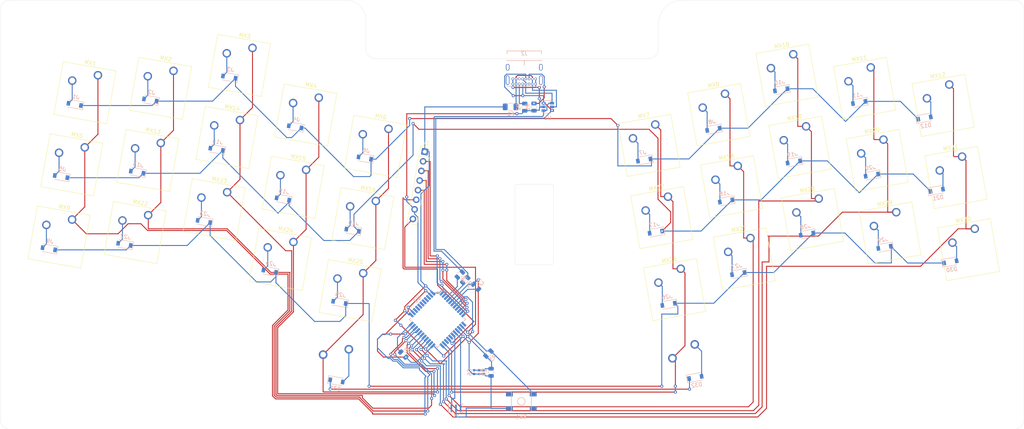
<source format=kicad_pcb>
(kicad_pcb (version 20171130) (host pcbnew 5.1.6)
  (layers (0 F.Cu signal) (31 B.Cu signal) (34 B.Paste user) (35 F.Paste user) (36 B.SilkS user) (37 F.SilkS user) (38 B.Mask user) (39 F.Mask user) (44 Edge.Cuts user))
  (net 0 "")
  (net 1 GND)
  (net 2 "Net-(C3-Pad1)")
  (net 3 +5V)
  (net 4 "Net-(D1-Pad2)")
  (net 5 ROW0)
  (net 6 "Net-(D2-Pad2)")
  (net 7 "Net-(D3-Pad2)")
  (net 8 "Net-(D4-Pad2)")
  (net 9 "Net-(D5-Pad2)")
  (net 10 ROW1)
  (net 11 "Net-(D6-Pad2)")
  (net 12 "Net-(D7-Pad2)")
  (net 13 "Net-(D8-Pad2)")
  (net 14 "Net-(D9-Pad2)")
  (net 15 ROW2)
  (net 16 "Net-(D10-Pad2)")
  (net 17 "Net-(D11-Pad2)")
  (net 18 "Net-(D12-Pad2)")
  (net 19 "Net-(D13-Pad2)")
  (net 20 "Net-(D14-Pad2)")
  (net 21 "Net-(D15-Pad2)")
  (net 22 "Net-(D16-Pad2)")
  (net 23 "Net-(D17-Pad2)")
  (net 24 "Net-(D18-Pad2)")
  (net 25 "Net-(D19-Pad2)")
  (net 26 "Net-(D20-Pad2)")
  (net 27 "Net-(D21-Pad2)")
  (net 28 "Net-(D22-Pad2)")
  (net 29 "Net-(D23-Pad2)")
  (net 30 "Net-(D24-Pad2)")
  (net 31 "Net-(D25-Pad2)")
  (net 32 "Net-(D26-Pad2)")
  (net 33 "Net-(D27-Pad2)")
  (net 34 "Net-(D28-Pad2)")
  (net 35 "Net-(D29-Pad2)")
  (net 36 "Net-(D30-Pad2)")
  (net 37 "Net-(D31-Pad2)")
  (net 38 ROW3)
  (net 39 "Net-(D32-Pad2)")
  (net 40 VBUS)
  (net 41 "Net-(J1-Pad8)")
  (net 42 "Net-(J1-Pad6)")
  (net 43 "Net-(J1-Pad5)")
  (net 44 "Net-(J1-Pad4)")
  (net 45 "Net-(J1-Pad3)")
  (net 46 "Net-(J1-Pad2)")
  (net 47 "Net-(J2-PadA5)")
  (net 48 DBUS+)
  (net 49 DBUS-)
  (net 50 "Net-(J2-PadA8)")
  (net 51 "Net-(J2-PadB8)")
  (net 52 "Net-(J2-PadB5)")
  (net 53 COL0)
  (net 54 COL1)
  (net 55 COL2)
  (net 56 COL3)
  (net 57 COL4)
  (net 58 COL5)
  (net 59 COL6)
  (net 60 COL7)
  (net 61 COL8)
  (net 62 COL9)
  (net 63 "Net-(R4-Pad1)")
  (net 64 "Net-(R5-Pad1)")
  (net 65 "Net-(R6-Pad2)")
  (net 66 "Net-(U2-Pad42)")
  (net 67 "Net-(U2-Pad41)")
  (net 68 "Net-(U2-Pad40)")
  (net 69 "Net-(U2-Pad39)")
  (net 70 "Net-(U2-Pad38)")
  (net 71 "Net-(U2-Pad37)")
  (net 72 "Net-(U2-Pad36)")
  (net 73 "Net-(U2-Pad20)")
  (net 74 "Net-(U2-Pad18)")
  (net 75 "Net-(U2-Pad17)")
  (net 76 "Net-(U2-Pad16)")
  (net 77 "Net-(U2-Pad12)")
  (net 78 "Net-(U2-Pad1)")
  (module Crystal:Resonator_SMD_muRata_CSTxExxV-3Pin_3.0x1.1mm (layer B.Cu) (at 131.445 144.399)
    (fp_text reference Y1 (at 0 2) (layer B.SilkS) (effects (justify mirror)))
    (fp_text value 16MHz)
    (pad 3 smd rect (at 1.2 0) (size 0.4 1.9) (layers B.Cu B.Paste B.Mask) (net 76 "Net-(U2-Pad16)"))
    (pad 2 smd rect (at 0 0) (size 0.4 1.9) (layers B.Cu B.Paste B.Mask) (net 1 GND))
    (pad 1 smd rect (at -1.2 0) (size 0.4 1.9) (layers B.Cu B.Paste B.Mask) (net 75 "Net-(U2-Pad17)"))
  )
  (module Package_QFP:TQFP-44_10x10mm_P0.8mm (layer B.Cu) (at 126.619 121.285 225)
    (fp_text reference U2 (at 0 7.45 45) (layer B.SilkS) (effects (justify mirror)))
    (fp_text value ATmega32U4-AU)
    (pad 44 smd rect (at -4 5.7 135) (size 1.5 0.55) (layers B.Cu B.Paste B.Mask) (net 3 +5V))
    (pad 43 smd rect (at -3.2 5.7 135) (size 1.5 0.55) (layers B.Cu B.Paste B.Mask) (net 1 GND))
    (pad 42 smd rect (at -2.4 5.7 135) (size 1.5 0.55) (layers B.Cu B.Paste B.Mask) (net 66 "Net-(U2-Pad42)"))
    (pad 41 smd rect (at -1.6 5.7 135) (size 1.5 0.55) (layers B.Cu B.Paste B.Mask) (net 67 "Net-(U2-Pad41)"))
    (pad 40 smd rect (at -0.8 5.7 135) (size 1.5 0.55) (layers B.Cu B.Paste B.Mask) (net 68 "Net-(U2-Pad40)"))
    (pad 39 smd rect (at 0 5.7 135) (size 1.5 0.55) (layers B.Cu B.Paste B.Mask) (net 69 "Net-(U2-Pad39)"))
    (pad 38 smd rect (at 0.8 5.7 135) (size 1.5 0.55) (layers B.Cu B.Paste B.Mask) (net 70 "Net-(U2-Pad38)"))
    (pad 37 smd rect (at 1.6 5.7 135) (size 1.5 0.55) (layers B.Cu B.Paste B.Mask) (net 71 "Net-(U2-Pad37)"))
    (pad 36 smd rect (at 2.4 5.7 135) (size 1.5 0.55) (layers B.Cu B.Paste B.Mask) (net 72 "Net-(U2-Pad36)"))
    (pad 35 smd rect (at 3.2 5.7 135) (size 1.5 0.55) (layers B.Cu B.Paste B.Mask) (net 1 GND))
    (pad 34 smd rect (at 4 5.7 135) (size 1.5 0.55) (layers B.Cu B.Paste B.Mask) (net 3 +5V))
    (pad 33 smd rect (at 5.7 4 225) (size 1.5 0.55) (layers B.Cu B.Paste B.Mask) (net 65 "Net-(R6-Pad2)"))
    (pad 32 smd rect (at 5.7 3.2 225) (size 1.5 0.55) (layers B.Cu B.Paste B.Mask) (net 53 COL0))
    (pad 31 smd rect (at 5.7 2.4 225) (size 1.5 0.55) (layers B.Cu B.Paste B.Mask) (net 54 COL1))
    (pad 30 smd rect (at 5.7 1.6 225) (size 1.5 0.55) (layers B.Cu B.Paste B.Mask) (net 55 COL2))
    (pad 29 smd rect (at 5.7 0.8 225) (size 1.5 0.55) (layers B.Cu B.Paste B.Mask) (net 56 COL3))
    (pad 28 smd rect (at 5.7 0 225) (size 1.5 0.55) (layers B.Cu B.Paste B.Mask) (net 57 COL4))
    (pad 27 smd rect (at 5.7 -0.8 225) (size 1.5 0.55) (layers B.Cu B.Paste B.Mask) (net 62 COL9))
    (pad 26 smd rect (at 5.7 -1.6 225) (size 1.5 0.55) (layers B.Cu B.Paste B.Mask) (net 61 COL8))
    (pad 25 smd rect (at 5.7 -2.4 225) (size 1.5 0.55) (layers B.Cu B.Paste B.Mask) (net 60 COL7))
    (pad 24 smd rect (at 5.7 -3.2 225) (size 1.5 0.55) (layers B.Cu B.Paste B.Mask) (net 3 +5V))
    (pad 23 smd rect (at 5.7 -4 225) (size 1.5 0.55) (layers B.Cu B.Paste B.Mask) (net 1 GND))
    (pad 22 smd rect (at 4 -5.7 135) (size 1.5 0.55) (layers B.Cu B.Paste B.Mask) (net 59 COL6))
    (pad 21 smd rect (at 3.2 -5.7 135) (size 1.5 0.55) (layers B.Cu B.Paste B.Mask) (net 58 COL5))
    (pad 20 smd rect (at 2.4 -5.7 135) (size 1.5 0.55) (layers B.Cu B.Paste B.Mask) (net 73 "Net-(U2-Pad20)"))
    (pad 19 smd rect (at 1.6 -5.7 135) (size 1.5 0.55) (layers B.Cu B.Paste B.Mask) (net 42 "Net-(J1-Pad6)"))
    (pad 18 smd rect (at 0.8 -5.7 135) (size 1.5 0.55) (layers B.Cu B.Paste B.Mask) (net 74 "Net-(U2-Pad18)"))
    (pad 17 smd rect (at 0 -5.7 135) (size 1.5 0.55) (layers B.Cu B.Paste B.Mask) (net 75 "Net-(U2-Pad17)"))
    (pad 16 smd rect (at -0.8 -5.7 135) (size 1.5 0.55) (layers B.Cu B.Paste B.Mask) (net 76 "Net-(U2-Pad16)"))
    (pad 15 smd rect (at -1.6 -5.7 135) (size 1.5 0.55) (layers B.Cu B.Paste B.Mask) (net 1 GND))
    (pad 14 smd rect (at -2.4 -5.7 135) (size 1.5 0.55) (layers B.Cu B.Paste B.Mask) (net 3 +5V))
    (pad 13 smd rect (at -3.2 -5.7 135) (size 1.5 0.55) (layers B.Cu B.Paste B.Mask) (net 41 "Net-(J1-Pad8)"))
    (pad 12 smd rect (at -4 -5.7 135) (size 1.5 0.55) (layers B.Cu B.Paste B.Mask) (net 77 "Net-(U2-Pad12)"))
    (pad 11 smd rect (at -5.7 -4 225) (size 1.5 0.55) (layers B.Cu B.Paste B.Mask) (net 46 "Net-(J1-Pad2)"))
    (pad 10 smd rect (at -5.7 -3.2 225) (size 1.5 0.55) (layers B.Cu B.Paste B.Mask) (net 45 "Net-(J1-Pad3)"))
    (pad 9 smd rect (at -5.7 -2.4 225) (size 1.5 0.55) (layers B.Cu B.Paste B.Mask) (net 44 "Net-(J1-Pad4)"))
    (pad 8 smd rect (at -5.7 -1.6 225) (size 1.5 0.55) (layers B.Cu B.Paste B.Mask) (net 43 "Net-(J1-Pad5)"))
    (pad 7 smd rect (at -5.7 -0.8 225) (size 1.5 0.55) (layers B.Cu B.Paste B.Mask) (net 3 +5V))
    (pad 6 smd rect (at -5.7 0 225) (size 1.5 0.55) (layers B.Cu B.Paste B.Mask) (net 2 "Net-(C3-Pad1)"))
    (pad 5 smd rect (at -5.7 0.8 225) (size 1.5 0.55) (layers B.Cu B.Paste B.Mask) (net 1 GND))
    (pad 4 smd rect (at -5.7 1.6 225) (size 1.5 0.55) (layers B.Cu B.Paste B.Mask) (net 63 "Net-(R4-Pad1)"))
    (pad 3 smd rect (at -5.7 2.4 225) (size 1.5 0.55) (layers B.Cu B.Paste B.Mask) (net 64 "Net-(R5-Pad1)"))
    (pad 2 smd rect (at -5.7 3.2 225) (size 1.5 0.55) (layers B.Cu B.Paste B.Mask) (net 3 +5V))
    (pad 1 smd rect (at -5.7 4 225) (size 1.5 0.55) (layers B.Cu B.Paste B.Mask) (net 78 "Net-(U2-Pad1)"))
  )
  (module Package_TO_SOT_SMD:SOT-23-6 (layer B.Cu) (at 155.364 65.913)
    (fp_text reference U1 (at 0 2.9) (layer B.SilkS) (effects (justify mirror)))
    (fp_text value SRV05-4)
    (pad 5 smd rect (at 1.1 0) (size 1.06 0.65) (layers B.Cu B.Paste B.Mask) (net 40 VBUS))
    (pad 6 smd rect (at 1.1 0.95) (size 1.06 0.65) (layers B.Cu B.Paste B.Mask) (net 48 DBUS+))
    (pad 4 smd rect (at 1.1 -0.95) (size 1.06 0.65) (layers B.Cu B.Paste B.Mask) (net 49 DBUS-))
    (pad 3 smd rect (at -1.1 -0.95) (size 1.06 0.65) (layers B.Cu B.Paste B.Mask) (net 48 DBUS+))
    (pad 2 smd rect (at -1.1 0) (size 1.06 0.65) (layers B.Cu B.Paste B.Mask) (net 1 GND))
    (pad 1 smd rect (at -1.1 0.95) (size 1.06 0.65) (layers B.Cu B.Paste B.Mask) (net 49 DBUS-))
  )
  (module random-keyboard-parts:SKQG-1155865 (layer B.Cu) (at 148.463 142.621 180)
    (fp_text reference SW1 (at 0 -4.064) (layer B.SilkS) (effects (justify mirror)))
    (fp_text value SW_Push)
    (pad 4 smd rect (at -3.1 -1.85 180) (size 1.8 1.1) (layers B.Cu B.Paste B.Mask))
    (pad 3 smd rect (at 3.1 1.85 180) (size 1.8 1.1) (layers B.Cu B.Paste B.Mask))
    (pad 2 smd rect (at -3.1 1.85 180) (size 1.8 1.1) (layers B.Cu B.Paste B.Mask) (net 41 "Net-(J1-Pad8)"))
    (pad 1 smd rect (at 3.1 -1.85 180) (size 1.8 1.1) (layers B.Cu B.Paste B.Mask) (net 1 GND))
  )
  (module Resistor_SMD:R_0805_2012Metric (layer B.Cu) (at 117.729 130.429 135)
    (fp_text reference R6 (at 0 1.65 135) (layer B.SilkS) (effects (justify mirror)))
    (fp_text value 10K)
    (pad 2 smd roundrect (at 0.9375 0 135) (size 0.975 1.4) (layers B.Cu B.Paste B.Mask) (net 65 "Net-(R6-Pad2)"))
    (pad 1 smd roundrect (at -0.9375 0 135) (size 0.975 1.4) (layers B.Cu B.Paste B.Mask) (net 1 GND))
  )
  (module Resistor_SMD:R_0805_2012Metric (layer B.Cu) (at 132.461 109.601 45)
    (fp_text reference R5 (at 0 1.65 225) (layer B.SilkS) (effects (justify mirror)))
    (fp_text value 22)
    (pad 2 smd roundrect (at 0.9375 0 45) (size 0.975 1.4) (layers B.Cu B.Paste B.Mask) (net 49 DBUS-))
    (pad 1 smd roundrect (at -0.9375 0 45) (size 0.975 1.4) (layers B.Cu B.Paste B.Mask) (net 64 "Net-(R5-Pad1)"))
  )
  (module Resistor_SMD:R_0805_2012Metric (layer B.Cu) (at 133.858 111.0465 45)
    (fp_text reference R4 (at 0 1.65 225) (layer B.SilkS) (effects (justify mirror)))
    (fp_text value 22)
    (pad 2 smd roundrect (at 0.9375 0 45) (size 0.975 1.4) (layers B.Cu B.Paste B.Mask) (net 48 DBUS+))
    (pad 1 smd roundrect (at -0.9375 0 45) (size 0.975 1.4) (layers B.Cu B.Paste B.Mask) (net 63 "Net-(R4-Pad1)"))
  )
  (module Resistor_SMD:R_0805_2012Metric (layer B.Cu) (at 139.9055 130.175 45)
    (fp_text reference R3 (at 0 1.65 45) (layer B.SilkS) (effects (justify mirror)))
    (fp_text value 10K)
    (pad 2 smd roundrect (at 0.9375 0 45) (size 0.975 1.4) (layers B.Cu B.Paste B.Mask) (net 41 "Net-(J1-Pad8)"))
    (pad 1 smd roundrect (at -0.9375 0 45) (size 0.975 1.4) (layers B.Cu B.Paste B.Mask) (net 3 +5V))
  )
  (module Resistor_SMD:R_0805_2012Metric (layer B.Cu) (at 149.352 65.9915 270)
    (fp_text reference R2 (at 0 1.65 90) (layer B.SilkS) (effects (justify mirror)))
    (fp_text value 5.1k)
    (pad 2 smd roundrect (at 0.9375 0 270) (size 0.975 1.4) (layers B.Cu B.Paste B.Mask) (net 1 GND))
    (pad 1 smd roundrect (at -0.9375 0 270) (size 0.975 1.4) (layers B.Cu B.Paste B.Mask) (net 47 "Net-(J2-PadA5)"))
  )
  (module Resistor_SMD:R_0805_2012Metric (layer B.Cu) (at 151.765 65.9615 270)
    (fp_text reference R1 (at 0 1.65 90) (layer B.SilkS) (effects (justify mirror)))
    (fp_text value 5.1k)
    (pad 2 smd roundrect (at 0.9375 0 270) (size 0.975 1.4) (layers B.Cu B.Paste B.Mask) (net 1 GND))
    (pad 1 smd roundrect (at -0.9375 0 270) (size 0.975 1.4) (layers B.Cu B.Paste B.Mask) (net 52 "Net-(J2-PadB5)"))
  )
  (module MX_Only:MXOnly-2.25U-ReversedStabilizers-NoLED (layer F.Cu) (at 192.024 133.223 10)
    (fp_text reference MX32)
    (fp_text value MX-NoLED)
    (pad 2 thru_hole circle (at 2.54 -5.08 10) (size 2.25 2.25) (drill 1.47) (layers *.Cu B.Mask) (net 39 "Net-(D32-Pad2)"))
    (pad "" np_thru_hole circle (at 0 0 10) (size 3.9878 3.9878) (drill 3.9878) (layers *.Cu *.Mask))
    (pad 1 thru_hole circle (at -3.81 -2.54 10) (size 2.25 2.25) (drill 1.47) (layers *.Cu B.Mask) (net 58 COL5))
    (pad "" np_thru_hole circle (at -5.08 0 58.0996) (size 1.75 1.75) (drill 1.75) (layers *.Cu *.Mask))
    (pad "" np_thru_hole circle (at 5.08 0 58.0996) (size 1.75 1.75) (drill 1.75) (layers *.Cu *.Mask))
    (pad "" np_thru_hole circle (at -11.90625 6.985 10) (size 3.048 3.048) (drill 3.048) (layers *.Cu *.Mask))
    (pad "" np_thru_hole circle (at 11.90625 6.985 10) (size 3.048 3.048) (drill 3.048) (layers *.Cu *.Mask))
    (pad "" np_thru_hole circle (at -11.90625 -8.255 10) (size 3.9878 3.9878) (drill 3.9878) (layers *.Cu *.Mask))
    (pad "" np_thru_hole circle (at 11.90625 -8.255 10) (size 3.9878 3.9878) (drill 3.9878) (layers *.Cu *.Mask))
  )
  (module MX_Only:MXOnly-2.25U-ReversedStabilizers-NoLED (layer F.Cu) (at 100.153177 133.610867 350)
    (fp_text reference MX31)
    (fp_text value MX-NoLED)
    (pad 2 thru_hole circle (at 2.54 -5.08 350) (size 2.25 2.25) (drill 1.47) (layers *.Cu B.Mask) (net 37 "Net-(D31-Pad2)"))
    (pad "" np_thru_hole circle (at 0 0 350) (size 3.9878 3.9878) (drill 3.9878) (layers *.Cu *.Mask))
    (pad 1 thru_hole circle (at -3.81 -2.54 350) (size 2.25 2.25) (drill 1.47) (layers *.Cu B.Mask) (net 57 COL4))
    (pad "" np_thru_hole circle (at -5.08 0 38.0996) (size 1.75 1.75) (drill 1.75) (layers *.Cu *.Mask))
    (pad "" np_thru_hole circle (at 5.08 0 38.0996) (size 1.75 1.75) (drill 1.75) (layers *.Cu *.Mask))
    (pad "" np_thru_hole circle (at -11.90625 6.985 350) (size 3.048 3.048) (drill 3.048) (layers *.Cu *.Mask))
    (pad "" np_thru_hole circle (at 11.90625 6.985 350) (size 3.048 3.048) (drill 3.048) (layers *.Cu *.Mask))
    (pad "" np_thru_hole circle (at -11.90625 -8.255 350) (size 3.9878 3.9878) (drill 3.9878) (layers *.Cu *.Mask))
    (pad "" np_thru_hole circle (at 11.90625 -8.255 350) (size 3.9878 3.9878) (drill 3.9878) (layers *.Cu *.Mask))
  )
  (module Button_Switch_Keyboard:SW_Cherry_MX_1.00u_PCB (layer F.Cu) (at 266.573 97.663 10)
    (fp_text reference MX30 (at -2.54 -2.794 10) (layer F.SilkS))
    (fp_text value MX-NoLED)
    (pad "" np_thru_hole circle (at 2.54 5.08 10) (size 1.7 1.7) (drill 1.7) (layers *.Cu *.Mask))
    (pad "" np_thru_hole circle (at -7.62 5.08 10) (size 1.7 1.7) (drill 1.7) (layers *.Cu *.Mask))
    (pad "" np_thru_hole circle (at -2.54 5.08 10) (size 4 4) (drill 4) (layers *.Cu *.Mask))
    (pad 2 thru_hole circle (at -6.35 2.54 10) (size 2.2 2.2) (drill 1.5) (layers *.Cu *.Mask) (net 36 "Net-(D30-Pad2)"))
    (pad 1 thru_hole circle (at 0 0 10) (size 2.2 2.2) (drill 1.5) (layers *.Cu *.Mask) (net 62 COL9))
  )
  (module Button_Switch_Keyboard:SW_Cherry_MX_1.00u_PCB (layer F.Cu) (at 246.126 93.345 10)
    (fp_text reference MX29 (at -2.54 -2.794 10) (layer F.SilkS))
    (fp_text value MX-NoLED)
    (pad "" np_thru_hole circle (at 2.54 5.08 10) (size 1.7 1.7) (drill 1.7) (layers *.Cu *.Mask))
    (pad "" np_thru_hole circle (at -7.62 5.08 10) (size 1.7 1.7) (drill 1.7) (layers *.Cu *.Mask))
    (pad "" np_thru_hole circle (at -2.54 5.08 10) (size 4 4) (drill 4) (layers *.Cu *.Mask))
    (pad 2 thru_hole circle (at -6.35 2.54 10) (size 2.2 2.2) (drill 1.5) (layers *.Cu *.Mask) (net 35 "Net-(D29-Pad2)"))
    (pad 1 thru_hole circle (at 0 0 10) (size 2.2 2.2) (drill 1.5) (layers *.Cu *.Mask) (net 61 COL8))
  )
  (module Button_Switch_Keyboard:SW_Cherry_MX_1.00u_PCB (layer F.Cu) (at 225.933 89.80611 10)
    (fp_text reference MX28 (at -2.54 -2.794 10) (layer F.SilkS))
    (fp_text value MX-NoLED)
    (pad "" np_thru_hole circle (at 2.54 5.08 10) (size 1.7 1.7) (drill 1.7) (layers *.Cu *.Mask))
    (pad "" np_thru_hole circle (at -7.62 5.08 10) (size 1.7 1.7) (drill 1.7) (layers *.Cu *.Mask))
    (pad "" np_thru_hole circle (at -2.54 5.08 10) (size 4 4) (drill 4) (layers *.Cu *.Mask))
    (pad 2 thru_hole circle (at -6.35 2.54 10) (size 2.2 2.2) (drill 1.5) (layers *.Cu *.Mask) (net 34 "Net-(D28-Pad2)"))
    (pad 1 thru_hole circle (at 0 0 10) (size 2.2 2.2) (drill 1.5) (layers *.Cu *.Mask) (net 60 COL7))
  )
  (module Button_Switch_Keyboard:SW_Cherry_MX_1.00u_PCB (layer F.Cu) (at 208.153 100.076 10)
    (fp_text reference MX27 (at -2.54 -2.794 10) (layer F.SilkS))
    (fp_text value MX-NoLED)
    (pad "" np_thru_hole circle (at 2.54 5.08 10) (size 1.7 1.7) (drill 1.7) (layers *.Cu *.Mask))
    (pad "" np_thru_hole circle (at -7.62 5.08 10) (size 1.7 1.7) (drill 1.7) (layers *.Cu *.Mask))
    (pad "" np_thru_hole circle (at -2.54 5.08 10) (size 4 4) (drill 4) (layers *.Cu *.Mask))
    (pad 2 thru_hole circle (at -6.35 2.54 10) (size 2.2 2.2) (drill 1.5) (layers *.Cu *.Mask) (net 33 "Net-(D27-Pad2)"))
    (pad 1 thru_hole circle (at 0 0 10) (size 2.2 2.2) (drill 1.5) (layers *.Cu *.Mask) (net 59 COL6))
  )
  (module Button_Switch_Keyboard:SW_Cherry_MX_1.00u_PCB (layer F.Cu) (at 189.992 108.077 10)
    (fp_text reference MX26 (at -2.54 -2.794 10) (layer F.SilkS))
    (fp_text value MX-NoLED)
    (pad "" np_thru_hole circle (at 2.54 5.08 10) (size 1.7 1.7) (drill 1.7) (layers *.Cu *.Mask))
    (pad "" np_thru_hole circle (at -7.62 5.08 10) (size 1.7 1.7) (drill 1.7) (layers *.Cu *.Mask))
    (pad "" np_thru_hole circle (at -2.54 5.08 10) (size 4 4) (drill 4) (layers *.Cu *.Mask))
    (pad 2 thru_hole circle (at -6.35 2.54 10) (size 2.2 2.2) (drill 1.5) (layers *.Cu *.Mask) (net 32 "Net-(D26-Pad2)"))
    (pad 1 thru_hole circle (at 0 0 10) (size 2.2 2.2) (drill 1.5) (layers *.Cu *.Mask) (net 58 COL5))
  )
  (module Button_Switch_Keyboard:SW_Cherry_MX_1.00u_PCB (layer F.Cu) (at 107.269544 109.230243 350)
    (fp_text reference MX25 (at -2.54 -2.794 170) (layer F.SilkS))
    (fp_text value MX-NoLED)
    (pad "" np_thru_hole circle (at 2.54 5.08 350) (size 1.7 1.7) (drill 1.7) (layers *.Cu *.Mask))
    (pad "" np_thru_hole circle (at -7.62 5.08 350) (size 1.7 1.7) (drill 1.7) (layers *.Cu *.Mask))
    (pad "" np_thru_hole circle (at -2.54 5.08 350) (size 4 4) (drill 4) (layers *.Cu *.Mask))
    (pad 2 thru_hole circle (at -6.35 2.54 350) (size 2.2 2.2) (drill 1.5) (layers *.Cu *.Mask) (net 31 "Net-(D25-Pad2)"))
    (pad 1 thru_hole circle (at 0 0 350) (size 2.2 2.2) (drill 1.5) (layers *.Cu *.Mask) (net 57 COL4))
  )
  (module Button_Switch_Keyboard:SW_Cherry_MX_1.00u_PCB (layer F.Cu) (at 89.108544 101.102243 350)
    (fp_text reference MX24 (at -2.54 -2.794 170) (layer F.SilkS))
    (fp_text value MX-NoLED)
    (pad "" np_thru_hole circle (at 2.54 5.08 350) (size 1.7 1.7) (drill 1.7) (layers *.Cu *.Mask))
    (pad "" np_thru_hole circle (at -7.62 5.08 350) (size 1.7 1.7) (drill 1.7) (layers *.Cu *.Mask))
    (pad "" np_thru_hole circle (at -2.54 5.08 350) (size 4 4) (drill 4) (layers *.Cu *.Mask))
    (pad 2 thru_hole circle (at -6.35 2.54 350) (size 2.2 2.2) (drill 1.5) (layers *.Cu *.Mask) (net 30 "Net-(D24-Pad2)"))
    (pad 1 thru_hole circle (at 0 0 350) (size 2.2 2.2) (drill 1.5) (layers *.Cu *.Mask) (net 56 COL3))
  )
  (module Button_Switch_Keyboard:SW_Cherry_MX_1.00u_PCB (layer F.Cu) (at 71.836544 88.138 350)
    (fp_text reference MX23 (at -2.54 -2.794 170) (layer F.SilkS))
    (fp_text value MX-NoLED)
    (pad "" np_thru_hole circle (at 2.54 5.08 350) (size 1.7 1.7) (drill 1.7) (layers *.Cu *.Mask))
    (pad "" np_thru_hole circle (at -7.62 5.08 350) (size 1.7 1.7) (drill 1.7) (layers *.Cu *.Mask))
    (pad "" np_thru_hole circle (at -2.54 5.08 350) (size 4 4) (drill 4) (layers *.Cu *.Mask))
    (pad 2 thru_hole circle (at -6.35 2.54 350) (size 2.2 2.2) (drill 1.5) (layers *.Cu *.Mask) (net 29 "Net-(D23-Pad2)"))
    (pad 1 thru_hole circle (at 0 0 350) (size 2.2 2.2) (drill 1.5) (layers *.Cu *.Mask) (net 55 COL2))
  )
  (module Button_Switch_Keyboard:SW_Cherry_MX_1.00u_PCB (layer F.Cu) (at 51.262544 94.107 350)
    (fp_text reference MX22 (at -2.54 -2.794 170) (layer F.SilkS))
    (fp_text value MX-NoLED)
    (pad "" np_thru_hole circle (at 2.54 5.08 350) (size 1.7 1.7) (drill 1.7) (layers *.Cu *.Mask))
    (pad "" np_thru_hole circle (at -7.62 5.08 350) (size 1.7 1.7) (drill 1.7) (layers *.Cu *.Mask))
    (pad "" np_thru_hole circle (at -2.54 5.08 350) (size 4 4) (drill 4) (layers *.Cu *.Mask))
    (pad 2 thru_hole circle (at -6.35 2.54 350) (size 2.2 2.2) (drill 1.5) (layers *.Cu *.Mask) (net 28 "Net-(D22-Pad2)"))
    (pad 1 thru_hole circle (at 0 0 350) (size 2.2 2.2) (drill 1.5) (layers *.Cu *.Mask) (net 54 COL1))
  )
  (module Button_Switch_Keyboard:SW_Cherry_MX_1.00u_PCB (layer F.Cu) (at 263.271 78.867 10)
    (fp_text reference MX21 (at -2.54 -2.794 10) (layer F.SilkS))
    (fp_text value MX-NoLED)
    (pad "" np_thru_hole circle (at 2.54 5.08 10) (size 1.7 1.7) (drill 1.7) (layers *.Cu *.Mask))
    (pad "" np_thru_hole circle (at -7.62 5.08 10) (size 1.7 1.7) (drill 1.7) (layers *.Cu *.Mask))
    (pad "" np_thru_hole circle (at -2.54 5.08 10) (size 4 4) (drill 4) (layers *.Cu *.Mask))
    (pad 2 thru_hole circle (at -6.35 2.54 10) (size 2.2 2.2) (drill 1.5) (layers *.Cu *.Mask) (net 27 "Net-(D21-Pad2)"))
    (pad 1 thru_hole circle (at 0 0 10) (size 2.2 2.2) (drill 1.5) (layers *.Cu *.Mask) (net 62 COL9))
  )
  (module Button_Switch_Keyboard:SW_Cherry_MX_1.00u_PCB (layer F.Cu) (at 242.792279 74.43911 10)
    (fp_text reference MX20 (at -2.54 -2.794 10) (layer F.SilkS))
    (fp_text value MX-NoLED)
    (pad "" np_thru_hole circle (at 2.54 5.08 10) (size 1.7 1.7) (drill 1.7) (layers *.Cu *.Mask))
    (pad "" np_thru_hole circle (at -7.62 5.08 10) (size 1.7 1.7) (drill 1.7) (layers *.Cu *.Mask))
    (pad "" np_thru_hole circle (at -2.54 5.08 10) (size 4 4) (drill 4) (layers *.Cu *.Mask))
    (pad 2 thru_hole circle (at -6.35 2.54 10) (size 2.2 2.2) (drill 1.5) (layers *.Cu *.Mask) (net 26 "Net-(D20-Pad2)"))
    (pad 1 thru_hole circle (at 0 0 10) (size 2.2 2.2) (drill 1.5) (layers *.Cu *.Mask) (net 61 COL8))
  )
  (module Button_Switch_Keyboard:SW_Cherry_MX_1.00u_PCB (layer F.Cu) (at 222.631 70.993 10)
    (fp_text reference MX19 (at -2.54 -2.794 10) (layer F.SilkS))
    (fp_text value MX-NoLED)
    (pad "" np_thru_hole circle (at 2.54 5.08 10) (size 1.7 1.7) (drill 1.7) (layers *.Cu *.Mask))
    (pad "" np_thru_hole circle (at -7.62 5.08 10) (size 1.7 1.7) (drill 1.7) (layers *.Cu *.Mask))
    (pad "" np_thru_hole circle (at -2.54 5.08 10) (size 4 4) (drill 4) (layers *.Cu *.Mask))
    (pad 2 thru_hole circle (at -6.35 2.54 10) (size 2.2 2.2) (drill 1.5) (layers *.Cu *.Mask) (net 25 "Net-(D19-Pad2)"))
    (pad 1 thru_hole circle (at 0 0 10) (size 2.2 2.2) (drill 1.5) (layers *.Cu *.Mask) (net 60 COL7))
  )
  (module Button_Switch_Keyboard:SW_Cherry_MX_1.00u_PCB (layer F.Cu) (at 204.851 81.28 10)
    (fp_text reference MX18 (at -2.54 -2.794 10) (layer F.SilkS))
    (fp_text value MX-NoLED)
    (pad "" np_thru_hole circle (at 2.54 5.08 10) (size 1.7 1.7) (drill 1.7) (layers *.Cu *.Mask))
    (pad "" np_thru_hole circle (at -7.62 5.08 10) (size 1.7 1.7) (drill 1.7) (layers *.Cu *.Mask))
    (pad "" np_thru_hole circle (at -2.54 5.08 10) (size 4 4) (drill 4) (layers *.Cu *.Mask))
    (pad 2 thru_hole circle (at -6.35 2.54 10) (size 2.2 2.2) (drill 1.5) (layers *.Cu *.Mask) (net 24 "Net-(D18-Pad2)"))
    (pad 1 thru_hole circle (at 0 0 10) (size 2.2 2.2) (drill 1.5) (layers *.Cu *.Mask) (net 59 COL6))
  )
  (module Button_Switch_Keyboard:SW_Cherry_MX_1.00u_PCB (layer F.Cu) (at 186.658279 89.29811 10)
    (fp_text reference MX17 (at -2.54 -2.794 10) (layer F.SilkS))
    (fp_text value MX-NoLED)
    (pad "" np_thru_hole circle (at 2.54 5.08 10) (size 1.7 1.7) (drill 1.7) (layers *.Cu *.Mask))
    (pad "" np_thru_hole circle (at -7.62 5.08 10) (size 1.7 1.7) (drill 1.7) (layers *.Cu *.Mask))
    (pad "" np_thru_hole circle (at -2.54 5.08 10) (size 4 4) (drill 4) (layers *.Cu *.Mask))
    (pad 2 thru_hole circle (at -6.35 2.54 10) (size 2.2 2.2) (drill 1.5) (layers *.Cu *.Mask) (net 23 "Net-(D17-Pad2)"))
    (pad 1 thru_hole circle (at 0 0 10) (size 2.2 2.2) (drill 1.5) (layers *.Cu *.Mask) (net 58 COL5))
  )
  (module Button_Switch_Keyboard:SW_Cherry_MX_1.00u_PCB (layer F.Cu) (at 110.571544 90.434243 350)
    (fp_text reference MX16 (at -2.54 -2.794 170) (layer F.SilkS))
    (fp_text value MX-NoLED)
    (pad "" np_thru_hole circle (at 2.54 5.08 350) (size 1.7 1.7) (drill 1.7) (layers *.Cu *.Mask))
    (pad "" np_thru_hole circle (at -7.62 5.08 350) (size 1.7 1.7) (drill 1.7) (layers *.Cu *.Mask))
    (pad "" np_thru_hole circle (at -2.54 5.08 350) (size 4 4) (drill 4) (layers *.Cu *.Mask))
    (pad 2 thru_hole circle (at -6.35 2.54 350) (size 2.2 2.2) (drill 1.5) (layers *.Cu *.Mask) (net 22 "Net-(D16-Pad2)"))
    (pad 1 thru_hole circle (at 0 0 350) (size 2.2 2.2) (drill 1.5) (layers *.Cu *.Mask) (net 57 COL4))
  )
  (module Button_Switch_Keyboard:SW_Cherry_MX_1.00u_PCB (layer F.Cu) (at 92.410544 82.306243 350)
    (fp_text reference MX15 (at -2.54 -2.794 170) (layer F.SilkS))
    (fp_text value MX-NoLED)
    (pad "" np_thru_hole circle (at 2.54 5.08 350) (size 1.7 1.7) (drill 1.7) (layers *.Cu *.Mask))
    (pad "" np_thru_hole circle (at -7.62 5.08 350) (size 1.7 1.7) (drill 1.7) (layers *.Cu *.Mask))
    (pad "" np_thru_hole circle (at -2.54 5.08 350) (size 4 4) (drill 4) (layers *.Cu *.Mask))
    (pad 2 thru_hole circle (at -6.35 2.54 350) (size 2.2 2.2) (drill 1.5) (layers *.Cu *.Mask) (net 21 "Net-(D15-Pad2)"))
    (pad 1 thru_hole circle (at 0 0 350) (size 2.2 2.2) (drill 1.5) (layers *.Cu *.Mask) (net 56 COL3))
  )
  (module Button_Switch_Keyboard:SW_Cherry_MX_1.00u_PCB (layer F.Cu) (at 75.184 69.342 350)
    (fp_text reference MX14 (at -2.54 -2.794 170) (layer F.SilkS))
    (fp_text value MX-NoLED)
    (pad "" np_thru_hole circle (at 2.54 5.08 350) (size 1.7 1.7) (drill 1.7) (layers *.Cu *.Mask))
    (pad "" np_thru_hole circle (at -7.62 5.08 350) (size 1.7 1.7) (drill 1.7) (layers *.Cu *.Mask))
    (pad "" np_thru_hole circle (at -2.54 5.08 350) (size 4 4) (drill 4) (layers *.Cu *.Mask))
    (pad 2 thru_hole circle (at -6.35 2.54 350) (size 2.2 2.2) (drill 1.5) (layers *.Cu *.Mask) (net 20 "Net-(D14-Pad2)"))
    (pad 1 thru_hole circle (at 0 0 350) (size 2.2 2.2) (drill 1.5) (layers *.Cu *.Mask) (net 55 COL2))
  )
  (module Button_Switch_Keyboard:SW_Cherry_MX_1.00u_PCB (layer F.Cu) (at 54.564544 75.321243 350)
    (fp_text reference MX13 (at -2.54 -2.794 170) (layer F.SilkS))
    (fp_text value MX-NoLED)
    (pad "" np_thru_hole circle (at 2.54 5.08 350) (size 1.7 1.7) (drill 1.7) (layers *.Cu *.Mask))
    (pad "" np_thru_hole circle (at -7.62 5.08 350) (size 1.7 1.7) (drill 1.7) (layers *.Cu *.Mask))
    (pad "" np_thru_hole circle (at -2.54 5.08 350) (size 4 4) (drill 4) (layers *.Cu *.Mask))
    (pad 2 thru_hole circle (at -6.35 2.54 350) (size 2.2 2.2) (drill 1.5) (layers *.Cu *.Mask) (net 19 "Net-(D13-Pad2)"))
    (pad 1 thru_hole circle (at 0 0 350) (size 2.2 2.2) (drill 1.5) (layers *.Cu *.Mask) (net 54 COL1))
  )
  (module Button_Switch_Keyboard:SW_Cherry_MX_1.00u_PCB (layer F.Cu) (at 259.937279 60.08811 10)
    (fp_text reference MX12 (at -2.54 -2.794 10) (layer F.SilkS))
    (fp_text value MX-NoLED)
    (pad "" np_thru_hole circle (at 2.54 5.08 10) (size 1.7 1.7) (drill 1.7) (layers *.Cu *.Mask))
    (pad "" np_thru_hole circle (at -7.62 5.08 10) (size 1.7 1.7) (drill 1.7) (layers *.Cu *.Mask))
    (pad "" np_thru_hole circle (at -2.54 5.08 10) (size 4 4) (drill 4) (layers *.Cu *.Mask))
    (pad 2 thru_hole circle (at -6.35 2.54 10) (size 2.2 2.2) (drill 1.5) (layers *.Cu *.Mask) (net 18 "Net-(D12-Pad2)"))
    (pad 1 thru_hole circle (at 0 0 10) (size 2.2 2.2) (drill 1.5) (layers *.Cu *.Mask) (net 62 COL9))
  )
  (module Button_Switch_Keyboard:SW_Cherry_MX_1.00u_PCB (layer F.Cu) (at 239.490279 55.64311 10)
    (fp_text reference MX11 (at -2.54 -2.794 10) (layer F.SilkS))
    (fp_text value MX-NoLED)
    (pad "" np_thru_hole circle (at 2.54 5.08 10) (size 1.7 1.7) (drill 1.7) (layers *.Cu *.Mask))
    (pad "" np_thru_hole circle (at -7.62 5.08 10) (size 1.7 1.7) (drill 1.7) (layers *.Cu *.Mask))
    (pad "" np_thru_hole circle (at -2.54 5.08 10) (size 4 4) (drill 4) (layers *.Cu *.Mask))
    (pad 2 thru_hole circle (at -6.35 2.54 10) (size 2.2 2.2) (drill 1.5) (layers *.Cu *.Mask) (net 17 "Net-(D11-Pad2)"))
    (pad 1 thru_hole circle (at 0 0 10) (size 2.2 2.2) (drill 1.5) (layers *.Cu *.Mask) (net 61 COL8))
  )
  (module Button_Switch_Keyboard:SW_Cherry_MX_1.00u_PCB (layer F.Cu) (at 219.297279 52.21411 10)
    (fp_text reference MX10 (at -2.54 -2.794 10) (layer F.SilkS))
    (fp_text value MX-NoLED)
    (pad "" np_thru_hole circle (at 2.54 5.08 10) (size 1.7 1.7) (drill 1.7) (layers *.Cu *.Mask))
    (pad "" np_thru_hole circle (at -7.62 5.08 10) (size 1.7 1.7) (drill 1.7) (layers *.Cu *.Mask))
    (pad "" np_thru_hole circle (at -2.54 5.08 10) (size 4 4) (drill 4) (layers *.Cu *.Mask))
    (pad 2 thru_hole circle (at -6.35 2.54 10) (size 2.2 2.2) (drill 1.5) (layers *.Cu *.Mask) (net 16 "Net-(D10-Pad2)"))
    (pad 1 thru_hole circle (at 0 0 10) (size 2.2 2.2) (drill 1.5) (layers *.Cu *.Mask) (net 60 COL7))
  )
  (module Button_Switch_Keyboard:SW_Cherry_MX_1.00u_PCB (layer F.Cu) (at 31.450544 95.260243 350)
    (fp_text reference MX9 (at -2.54 -2.794 170) (layer F.SilkS))
    (fp_text value MX-NoLED)
    (pad "" np_thru_hole circle (at 2.54 5.08 350) (size 1.7 1.7) (drill 1.7) (layers *.Cu *.Mask))
    (pad "" np_thru_hole circle (at -7.62 5.08 350) (size 1.7 1.7) (drill 1.7) (layers *.Cu *.Mask))
    (pad "" np_thru_hole circle (at -2.54 5.08 350) (size 4 4) (drill 4) (layers *.Cu *.Mask))
    (pad 2 thru_hole circle (at -6.35 2.54 350) (size 2.2 2.2) (drill 1.5) (layers *.Cu *.Mask) (net 14 "Net-(D9-Pad2)"))
    (pad 1 thru_hole circle (at 0 0 350) (size 2.2 2.2) (drill 1.5) (layers *.Cu *.Mask) (net 53 COL0))
  )
  (module Button_Switch_Keyboard:SW_Cherry_MX_1.00u_PCB (layer F.Cu) (at 201.517279 62.50111 10)
    (fp_text reference MX8 (at -2.54 -2.794 10) (layer F.SilkS))
    (fp_text value MX-NoLED)
    (pad "" np_thru_hole circle (at 2.54 5.08 10) (size 1.7 1.7) (drill 1.7) (layers *.Cu *.Mask))
    (pad "" np_thru_hole circle (at -7.62 5.08 10) (size 1.7 1.7) (drill 1.7) (layers *.Cu *.Mask))
    (pad "" np_thru_hole circle (at -2.54 5.08 10) (size 4 4) (drill 4) (layers *.Cu *.Mask))
    (pad 2 thru_hole circle (at -6.35 2.54 10) (size 2.2 2.2) (drill 1.5) (layers *.Cu *.Mask) (net 13 "Net-(D8-Pad2)"))
    (pad 1 thru_hole circle (at 0 0 10) (size 2.2 2.2) (drill 1.5) (layers *.Cu *.Mask) (net 59 COL6))
  )
  (module Button_Switch_Keyboard:SW_Cherry_MX_1.00u_PCB (layer F.Cu) (at 183.356279 70.50211 10)
    (fp_text reference MX7 (at -2.54 -2.794 10) (layer F.SilkS))
    (fp_text value MX-NoLED)
    (pad "" np_thru_hole circle (at 2.54 5.08 10) (size 1.7 1.7) (drill 1.7) (layers *.Cu *.Mask))
    (pad "" np_thru_hole circle (at -7.62 5.08 10) (size 1.7 1.7) (drill 1.7) (layers *.Cu *.Mask))
    (pad "" np_thru_hole circle (at -2.54 5.08 10) (size 4 4) (drill 4) (layers *.Cu *.Mask))
    (pad 2 thru_hole circle (at -6.35 2.54 10) (size 2.2 2.2) (drill 1.5) (layers *.Cu *.Mask) (net 12 "Net-(D7-Pad2)"))
    (pad 1 thru_hole circle (at 0 0 10) (size 2.2 2.2) (drill 1.5) (layers *.Cu *.Mask) (net 58 COL5))
  )
  (module Button_Switch_Keyboard:SW_Cherry_MX_1.00u_PCB (layer F.Cu) (at 113.873544 71.638243 350)
    (fp_text reference MX6 (at -2.54 -2.794 170) (layer F.SilkS))
    (fp_text value MX-NoLED)
    (pad "" np_thru_hole circle (at 2.54 5.08 350) (size 1.7 1.7) (drill 1.7) (layers *.Cu *.Mask))
    (pad "" np_thru_hole circle (at -7.62 5.08 350) (size 1.7 1.7) (drill 1.7) (layers *.Cu *.Mask))
    (pad "" np_thru_hole circle (at -2.54 5.08 350) (size 4 4) (drill 4) (layers *.Cu *.Mask))
    (pad 2 thru_hole circle (at -6.35 2.54 350) (size 2.2 2.2) (drill 1.5) (layers *.Cu *.Mask) (net 11 "Net-(D6-Pad2)"))
    (pad 1 thru_hole circle (at 0 0 350) (size 2.2 2.2) (drill 1.5) (layers *.Cu *.Mask) (net 57 COL4))
  )
  (module Button_Switch_Keyboard:SW_Cherry_MX_1.00u_PCB (layer F.Cu) (at 34.752544 76.464243 350)
    (fp_text reference MX5 (at -2.54 -2.794 170) (layer F.SilkS))
    (fp_text value MX-NoLED)
    (pad "" np_thru_hole circle (at 2.54 5.08 350) (size 1.7 1.7) (drill 1.7) (layers *.Cu *.Mask))
    (pad "" np_thru_hole circle (at -7.62 5.08 350) (size 1.7 1.7) (drill 1.7) (layers *.Cu *.Mask))
    (pad "" np_thru_hole circle (at -2.54 5.08 350) (size 4 4) (drill 4) (layers *.Cu *.Mask))
    (pad 2 thru_hole circle (at -6.35 2.54 350) (size 2.2 2.2) (drill 1.5) (layers *.Cu *.Mask) (net 9 "Net-(D5-Pad2)"))
    (pad 1 thru_hole circle (at 0 0 350) (size 2.2 2.2) (drill 1.5) (layers *.Cu *.Mask) (net 53 COL0))
  )
  (module Button_Switch_Keyboard:SW_Cherry_MX_1.00u_PCB (layer F.Cu) (at 95.712544 63.510243 350)
    (fp_text reference MX4 (at -2.54 -2.794 170) (layer F.SilkS))
    (fp_text value MX-NoLED)
    (pad "" np_thru_hole circle (at 2.54 5.08 350) (size 1.7 1.7) (drill 1.7) (layers *.Cu *.Mask))
    (pad "" np_thru_hole circle (at -7.62 5.08 350) (size 1.7 1.7) (drill 1.7) (layers *.Cu *.Mask))
    (pad "" np_thru_hole circle (at -2.54 5.08 350) (size 4 4) (drill 4) (layers *.Cu *.Mask))
    (pad 2 thru_hole circle (at -6.35 2.54 350) (size 2.2 2.2) (drill 1.5) (layers *.Cu *.Mask) (net 8 "Net-(D4-Pad2)"))
    (pad 1 thru_hole circle (at 0 0 350) (size 2.2 2.2) (drill 1.5) (layers *.Cu *.Mask) (net 56 COL3))
  )
  (module Button_Switch_Keyboard:SW_Cherry_MX_1.00u_PCB (layer F.Cu) (at 78.440544 50.556243 350)
    (fp_text reference MX3 (at -2.54 -2.794 170) (layer F.SilkS))
    (fp_text value MX-NoLED)
    (pad "" np_thru_hole circle (at 2.54 5.08 350) (size 1.7 1.7) (drill 1.7) (layers *.Cu *.Mask))
    (pad "" np_thru_hole circle (at -7.62 5.08 350) (size 1.7 1.7) (drill 1.7) (layers *.Cu *.Mask))
    (pad "" np_thru_hole circle (at -2.54 5.08 350) (size 4 4) (drill 4) (layers *.Cu *.Mask))
    (pad 2 thru_hole circle (at -6.35 2.54 350) (size 2.2 2.2) (drill 1.5) (layers *.Cu *.Mask) (net 7 "Net-(D3-Pad2)"))
    (pad 1 thru_hole circle (at 0 0 350) (size 2.2 2.2) (drill 1.5) (layers *.Cu *.Mask) (net 55 COL2))
  )
  (module Button_Switch_Keyboard:SW_Cherry_MX_1.00u_PCB (layer F.Cu) (at 57.866544 56.525243 350)
    (fp_text reference MX2 (at -2.54 -2.794 170) (layer F.SilkS))
    (fp_text value MX-NoLED)
    (pad "" np_thru_hole circle (at 2.54 5.08 350) (size 1.7 1.7) (drill 1.7) (layers *.Cu *.Mask))
    (pad "" np_thru_hole circle (at -7.62 5.08 350) (size 1.7 1.7) (drill 1.7) (layers *.Cu *.Mask))
    (pad "" np_thru_hole circle (at -2.54 5.08 350) (size 4 4) (drill 4) (layers *.Cu *.Mask))
    (pad 2 thru_hole circle (at -6.35 2.54 350) (size 2.2 2.2) (drill 1.5) (layers *.Cu *.Mask) (net 6 "Net-(D2-Pad2)"))
    (pad 1 thru_hole circle (at 0 0 350) (size 2.2 2.2) (drill 1.5) (layers *.Cu *.Mask) (net 54 COL1))
  )
  (module Button_Switch_Keyboard:SW_Cherry_MX_1.00u_PCB (layer F.Cu) (at 38.181544 57.668243 350)
    (fp_text reference MX1 (at -2.54 -2.794 170) (layer F.SilkS))
    (fp_text value MX-NoLED)
    (pad "" np_thru_hole circle (at 2.54 5.08 350) (size 1.7 1.7) (drill 1.7) (layers *.Cu *.Mask))
    (pad "" np_thru_hole circle (at -7.62 5.08 350) (size 1.7 1.7) (drill 1.7) (layers *.Cu *.Mask))
    (pad "" np_thru_hole circle (at -2.54 5.08 350) (size 4 4) (drill 4) (layers *.Cu *.Mask))
    (pad 2 thru_hole circle (at -6.35 2.54 350) (size 2.2 2.2) (drill 1.5) (layers *.Cu *.Mask) (net 4 "Net-(D1-Pad2)"))
    (pad 1 thru_hole circle (at 0 0 350) (size 2.2 2.2) (drill 1.5) (layers *.Cu *.Mask) (net 53 COL0))
  )
  (module Type-C:USB_C_GCT_USB4085 (layer B.Cu) (at 149.225 53.848)
    (fp_text reference J2 (at 0 -1.85) (layer B.SilkS) (effects (justify mirror)))
    (fp_text value USB_C_Receptacle_USB2.0)
    (pad A5 thru_hole circle (at -1.275 6.1) (size 0.65 0.65) (drill 0.4) (layers *.Cu *.Mask) (net 47 "Net-(J2-PadA5)"))
    (pad A1 thru_hole circle (at -2.975 6.1) (size 0.65 0.65) (drill 0.4) (layers *.Cu *.Mask) (net 1 GND))
    (pad A4 thru_hole circle (at -2.125 6.1) (size 0.65 0.65) (drill 0.4) (layers *.Cu *.Mask) (net 40 VBUS))
    (pad A6 thru_hole circle (at -0.425 6.1) (size 0.65 0.65) (drill 0.4) (layers *.Cu *.Mask) (net 48 DBUS+))
    (pad A7 thru_hole circle (at 0.425 6.1) (size 0.65 0.65) (drill 0.4) (layers *.Cu *.Mask) (net 49 DBUS-))
    (pad A8 thru_hole circle (at 1.275 6.1) (size 0.65 0.65) (drill 0.4) (layers *.Cu *.Mask) (net 50 "Net-(J2-PadA8)"))
    (pad A9 thru_hole circle (at 2.125 6.1) (size 0.65 0.65) (drill 0.4) (layers *.Cu *.Mask) (net 40 VBUS))
    (pad A12 thru_hole circle (at 2.975 6.1) (size 0.65 0.65) (drill 0.4) (layers *.Cu *.Mask) (net 1 GND))
    (pad B12 thru_hole circle (at -2.975 4.775) (size 0.65 0.65) (drill 0.4) (layers *.Cu *.Mask) (net 1 GND))
    (pad B9 thru_hole circle (at -2.12 4.775) (size 0.65 0.65) (drill 0.4) (layers *.Cu *.Mask) (net 40 VBUS))
    (pad B8 thru_hole circle (at -1.27 4.775) (size 0.65 0.65) (drill 0.4) (layers *.Cu *.Mask) (net 51 "Net-(J2-PadB8)"))
    (pad B7 thru_hole circle (at -0.42 4.775) (size 0.65 0.65) (drill 0.4) (layers *.Cu *.Mask) (net 49 DBUS-))
    (pad B6 thru_hole circle (at 0.43 4.775) (size 0.65 0.65) (drill 0.4) (layers *.Cu *.Mask) (net 48 DBUS+))
    (pad B5 thru_hole circle (at 1.28 4.775) (size 0.65 0.65) (drill 0.4) (layers *.Cu *.Mask) (net 52 "Net-(J2-PadB5)"))
    (pad B4 thru_hole circle (at 2.13 4.775) (size 0.65 0.65) (drill 0.4) (layers *.Cu *.Mask) (net 40 VBUS))
    (pad B1 thru_hole circle (at 2.98 4.775) (size 0.65 0.65) (drill 0.4) (layers *.Cu *.Mask) (net 1 GND))
    (pad S1 thru_hole oval (at -4.325 5.12) (size 0.9 2.4) (drill oval 0.6 2.1) (layers *.Cu *.Mask) (net 1 GND))
    (pad S1 thru_hole oval (at 4.325 5.12) (size 0.9 2.4) (drill oval 0.6 2.1) (layers *.Cu *.Mask) (net 1 GND))
    (pad S1 thru_hole oval (at -4.325 1.74) (size 0.9 1.7) (drill oval 0.6 1.4) (layers *.Cu *.Mask) (net 1 GND))
    (pad S1 thru_hole oval (at 4.325 1.74) (size 0.9 1.7) (drill oval 0.6 1.4) (layers *.Cu *.Mask) (net 1 GND))
  )
  (module Connector_PinHeader_2.54mm:PinHeader_1x08_P2.54mm_Vertical (layer F.Cu) (at 123.317 77.597 350)
    (fp_text reference J1 (at 0 -2.33 170) (layer F.SilkS))
    (fp_text value Conn_01x08_Male)
    (pad 8 thru_hole oval (at 0 17.78 350) (size 1.7 1.7) (drill 1) (layers *.Cu *.Mask) (net 41 "Net-(J1-Pad8)"))
    (pad 7 thru_hole oval (at 0 15.24 350) (size 1.7 1.7) (drill 1) (layers *.Cu *.Mask) (net 1 GND))
    (pad 6 thru_hole oval (at 0 12.7 350) (size 1.7 1.7) (drill 1) (layers *.Cu *.Mask) (net 42 "Net-(J1-Pad6)"))
    (pad 5 thru_hole oval (at 0 10.16 350) (size 1.7 1.7) (drill 1) (layers *.Cu *.Mask) (net 43 "Net-(J1-Pad5)"))
    (pad 4 thru_hole oval (at 0 7.62 350) (size 1.7 1.7) (drill 1) (layers *.Cu *.Mask) (net 44 "Net-(J1-Pad4)"))
    (pad 3 thru_hole oval (at 0 5.08 350) (size 1.7 1.7) (drill 1) (layers *.Cu *.Mask) (net 45 "Net-(J1-Pad3)"))
    (pad 2 thru_hole oval (at 0 2.54 350) (size 1.7 1.7) (drill 1) (layers *.Cu *.Mask) (net 46 "Net-(J1-Pad2)"))
    (pad 1 thru_hole rect (at 0 0 350) (size 1.7 1.7) (drill 1) (layers *.Cu *.Mask) (net 3 +5V))
  )
  (module Fuse:Fuse_1206_3216Metric (layer B.Cu) (at 145.666 65.913)
    (fp_text reference F1 (at 0 1.82) (layer B.SilkS) (effects (justify mirror)))
    (fp_text value 500mA)
    (pad 2 smd roundrect (at 1.4 0) (size 1.25 1.75) (layers B.Cu B.Paste B.Mask) (roundrect_rratio 0.2) (net 40 VBUS))
    (pad 1 smd roundrect (at -1.4 0) (size 1.25 1.75) (layers B.Cu B.Paste B.Mask) (roundrect_rratio 0.2) (net 3 +5V))
  )
  (module Diode_SMD:D_SOD-123 (layer B.Cu) (at 193.802 136.398 10)
    (fp_text reference D32 (at 0 2 10) (layer B.SilkS) (effects (justify mirror)))
    (fp_text value D_Small)
    (pad 2 smd rect (at 1.65 0 10) (size 0.9 1.2) (layers B.Cu B.Paste B.Mask) (net 39 "Net-(D32-Pad2)"))
    (pad 1 smd rect (at -1.65 0 10) (size 0.9 1.2) (layers B.Cu B.Paste B.Mask) (net 38 ROW3))
  )
  (module Diode_SMD:D_SOD-123 (layer B.Cu) (at 100.33 137.287 350)
    (fp_text reference D31 (at 0 2 170) (layer B.SilkS) (effects (justify mirror)))
    (fp_text value D_Small)
    (pad 2 smd rect (at 1.65 0 350) (size 0.9 1.2) (layers B.Cu B.Paste B.Mask) (net 37 "Net-(D31-Pad2)"))
    (pad 1 smd rect (at -1.65 0 350) (size 0.9 1.2) (layers B.Cu B.Paste B.Mask) (net 38 ROW3))
  )
  (module Diode_SMD:D_SOD-123 (layer B.Cu) (at 260.223 106.299 10)
    (fp_text reference D30 (at 0 2 10) (layer B.SilkS) (effects (justify mirror)))
    (fp_text value D_Small)
    (pad 2 smd rect (at 1.65 0 10) (size 0.9 1.2) (layers B.Cu B.Paste B.Mask) (net 36 "Net-(D30-Pad2)"))
    (pad 1 smd rect (at -1.65 0 10) (size 0.9 1.2) (layers B.Cu B.Paste B.Mask) (net 15 ROW2))
  )
  (module Diode_SMD:D_SOD-123 (layer B.Cu) (at 243.078 102.489 190)
    (fp_text reference D29 (at 0 2 10) (layer B.SilkS) (effects (justify mirror)))
    (fp_text value D_Small)
    (pad 2 smd rect (at 1.65 0 190) (size 0.9 1.2) (layers B.Cu B.Paste B.Mask) (net 35 "Net-(D29-Pad2)"))
    (pad 1 smd rect (at -1.65 0 190) (size 0.9 1.2) (layers B.Cu B.Paste B.Mask) (net 15 ROW2))
  )
  (module Diode_SMD:D_SOD-123 (layer B.Cu) (at 222.885 99.06 190)
    (fp_text reference D28 (at 0 2 10) (layer B.SilkS) (effects (justify mirror)))
    (fp_text value D_Small)
    (pad 2 smd rect (at 1.65 0 190) (size 0.9 1.2) (layers B.Cu B.Paste B.Mask) (net 34 "Net-(D28-Pad2)"))
    (pad 1 smd rect (at -1.65 0 190) (size 0.9 1.2) (layers B.Cu B.Paste B.Mask) (net 15 ROW2))
  )
  (module Diode_SMD:D_SOD-123 (layer B.Cu) (at 204.978 109.347 190)
    (fp_text reference D27 (at 0 2 10) (layer B.SilkS) (effects (justify mirror)))
    (fp_text value D_Small)
    (pad 2 smd rect (at 1.65 0 190) (size 0.9 1.2) (layers B.Cu B.Paste B.Mask) (net 33 "Net-(D27-Pad2)"))
    (pad 1 smd rect (at -1.65 0 190) (size 0.9 1.2) (layers B.Cu B.Paste B.Mask) (net 15 ROW2))
  )
  (module Diode_SMD:D_SOD-123 (layer B.Cu) (at 186.818 117.348 190)
    (fp_text reference D26 (at 0 2 10) (layer B.SilkS) (effects (justify mirror)))
    (fp_text value D_Small)
    (pad 2 smd rect (at 1.65 0 190) (size 0.9 1.2) (layers B.Cu B.Paste B.Mask) (net 32 "Net-(D26-Pad2)"))
    (pad 1 smd rect (at -1.65 0 190) (size 0.9 1.2) (layers B.Cu B.Paste B.Mask) (net 15 ROW2))
  )
  (module Diode_SMD:D_SOD-123 (layer B.Cu) (at 101.092 116.84 170)
    (fp_text reference D25 (at 0 2 170) (layer B.SilkS) (effects (justify mirror)))
    (fp_text value D_Small)
    (pad 2 smd rect (at 1.65 0 170) (size 0.9 1.2) (layers B.Cu B.Paste B.Mask) (net 31 "Net-(D25-Pad2)"))
    (pad 1 smd rect (at -1.65 0 170) (size 0.9 1.2) (layers B.Cu B.Paste B.Mask) (net 15 ROW2))
  )
  (module Diode_SMD:D_SOD-123 (layer B.Cu) (at 82.93 108.712 170)
    (fp_text reference D24 (at 0 2 170) (layer B.SilkS) (effects (justify mirror)))
    (fp_text value D_Small)
    (pad 2 smd rect (at 1.65 0 170) (size 0.9 1.2) (layers B.Cu B.Paste B.Mask) (net 30 "Net-(D24-Pad2)"))
    (pad 1 smd rect (at -1.65 0 170) (size 0.9 1.2) (layers B.Cu B.Paste B.Mask) (net 15 ROW2))
  )
  (module Diode_SMD:D_SOD-123 (layer B.Cu) (at 65.786 95.758 170)
    (fp_text reference D23 (at 0 2 170) (layer B.SilkS) (effects (justify mirror)))
    (fp_text value D_Small)
    (pad 2 smd rect (at 1.65 0 170) (size 0.9 1.2) (layers B.Cu B.Paste B.Mask) (net 29 "Net-(D23-Pad2)"))
    (pad 1 smd rect (at -1.65 0 170) (size 0.9 1.2) (layers B.Cu B.Paste B.Mask) (net 15 ROW2))
  )
  (module Diode_SMD:D_SOD-123 (layer B.Cu) (at 45.085 101.727 170)
    (fp_text reference D22 (at 0 2 170) (layer B.SilkS) (effects (justify mirror)))
    (fp_text value D_Small)
    (pad 2 smd rect (at 1.65 0 170) (size 0.9 1.2) (layers B.Cu B.Paste B.Mask) (net 28 "Net-(D22-Pad2)"))
    (pad 1 smd rect (at -1.65 0 170) (size 0.9 1.2) (layers B.Cu B.Paste B.Mask) (net 15 ROW2))
  )
  (module Diode_SMD:D_SOD-123 (layer B.Cu) (at 256.667 87.63 10)
    (fp_text reference D21 (at 0 2 10) (layer B.SilkS) (effects (justify mirror)))
    (fp_text value D_Small)
    (pad 2 smd rect (at 1.65 0 10) (size 0.9 1.2) (layers B.Cu B.Paste B.Mask) (net 27 "Net-(D21-Pad2)"))
    (pad 1 smd rect (at -1.65 0 10) (size 0.9 1.2) (layers B.Cu B.Paste B.Mask) (net 10 ROW1))
  )
  (module Diode_SMD:D_SOD-123 (layer B.Cu) (at 239.776 83.693 190)
    (fp_text reference D20 (at 0 2 10) (layer B.SilkS) (effects (justify mirror)))
    (fp_text value D_Small)
    (pad 2 smd rect (at 1.65 0 190) (size 0.9 1.2) (layers B.Cu B.Paste B.Mask) (net 26 "Net-(D20-Pad2)"))
    (pad 1 smd rect (at -1.65 0 190) (size 0.9 1.2) (layers B.Cu B.Paste B.Mask) (net 10 ROW1))
  )
  (module Diode_SMD:D_SOD-123 (layer B.Cu) (at 219.456 80.264 190)
    (fp_text reference D19 (at 0 2 10) (layer B.SilkS) (effects (justify mirror)))
    (fp_text value D_Small)
    (pad 2 smd rect (at 1.65 0 190) (size 0.9 1.2) (layers B.Cu B.Paste B.Mask) (net 25 "Net-(D19-Pad2)"))
    (pad 1 smd rect (at -1.65 0 190) (size 0.9 1.2) (layers B.Cu B.Paste B.Mask) (net 10 ROW1))
  )
  (module Diode_SMD:D_SOD-123 (layer B.Cu) (at 201.803 90.424 190)
    (fp_text reference D18 (at 0 2 10) (layer B.SilkS) (effects (justify mirror)))
    (fp_text value D_Small)
    (pad 2 smd rect (at 1.65 0 190) (size 0.9 1.2) (layers B.Cu B.Paste B.Mask) (net 24 "Net-(D18-Pad2)"))
    (pad 1 smd rect (at -1.65 0 190) (size 0.9 1.2) (layers B.Cu B.Paste B.Mask) (net 10 ROW1))
  )
  (module Diode_SMD:D_SOD-123 (layer B.Cu) (at 183.515 98.552 190)
    (fp_text reference D17 (at 0 2 10) (layer B.SilkS) (effects (justify mirror)))
    (fp_text value D_Small)
    (pad 2 smd rect (at 1.65 0 190) (size 0.9 1.2) (layers B.Cu B.Paste B.Mask) (net 23 "Net-(D17-Pad2)"))
    (pad 1 smd rect (at -1.65 0 190) (size 0.9 1.2) (layers B.Cu B.Paste B.Mask) (net 10 ROW1))
  )
  (module Diode_SMD:D_SOD-123 (layer B.Cu) (at 104.521 98.044 170)
    (fp_text reference D16 (at 0 2 170) (layer B.SilkS) (effects (justify mirror)))
    (fp_text value D_Small)
    (pad 2 smd rect (at 1.65 0 170) (size 0.9 1.2) (layers B.Cu B.Paste B.Mask) (net 22 "Net-(D16-Pad2)"))
    (pad 1 smd rect (at -1.65 0 170) (size 0.9 1.2) (layers B.Cu B.Paste B.Mask) (net 10 ROW1))
  )
  (module Diode_SMD:D_SOD-123 (layer B.Cu) (at 86.36 89.916 170)
    (fp_text reference D15 (at 0 2 170) (layer B.SilkS) (effects (justify mirror)))
    (fp_text value D_Small)
    (pad 2 smd rect (at 1.65 0 170) (size 0.9 1.2) (layers B.Cu B.Paste B.Mask) (net 21 "Net-(D15-Pad2)"))
    (pad 1 smd rect (at -1.65 0 170) (size 0.9 1.2) (layers B.Cu B.Paste B.Mask) (net 10 ROW1))
  )
  (module Diode_SMD:D_SOD-123 (layer B.Cu) (at 69.088 76.962 170)
    (fp_text reference D14 (at 0 2 170) (layer B.SilkS) (effects (justify mirror)))
    (fp_text value D_Small)
    (pad 2 smd rect (at 1.65 0 170) (size 0.9 1.2) (layers B.Cu B.Paste B.Mask) (net 20 "Net-(D14-Pad2)"))
    (pad 1 smd rect (at -1.65 0 170) (size 0.9 1.2) (layers B.Cu B.Paste B.Mask) (net 10 ROW1))
  )
  (module Diode_SMD:D_SOD-123 (layer B.Cu) (at 48.387 82.931 170)
    (fp_text reference D13 (at 0 2 170) (layer B.SilkS) (effects (justify mirror)))
    (fp_text value D_Small)
    (pad 2 smd rect (at 1.65 0 170) (size 0.9 1.2) (layers B.Cu B.Paste B.Mask) (net 19 "Net-(D13-Pad2)"))
    (pad 1 smd rect (at -1.65 0 170) (size 0.9 1.2) (layers B.Cu B.Paste B.Mask) (net 10 ROW1))
  )
  (module Diode_SMD:D_SOD-123 (layer B.Cu) (at 253.492 68.834 10)
    (fp_text reference D12 (at 0 2 10) (layer B.SilkS) (effects (justify mirror)))
    (fp_text value D_Small)
    (pad 2 smd rect (at 1.65 0 10) (size 0.9 1.2) (layers B.Cu B.Paste B.Mask) (net 18 "Net-(D12-Pad2)"))
    (pad 1 smd rect (at -1.65 0 10) (size 0.9 1.2) (layers B.Cu B.Paste B.Mask) (net 5 ROW0))
  )
  (module Diode_SMD:D_SOD-123 (layer B.Cu) (at 236.474 64.77 190)
    (fp_text reference D11 (at 0 2 10) (layer B.SilkS) (effects (justify mirror)))
    (fp_text value D_Small)
    (pad 2 smd rect (at 1.65 0 190) (size 0.9 1.2) (layers B.Cu B.Paste B.Mask) (net 17 "Net-(D11-Pad2)"))
    (pad 1 smd rect (at -1.65 0 190) (size 0.9 1.2) (layers B.Cu B.Paste B.Mask) (net 5 ROW0))
  )
  (module Diode_SMD:D_SOD-123 (layer B.Cu) (at 216.154 61.468 190)
    (fp_text reference D10 (at 0 2 10) (layer B.SilkS) (effects (justify mirror)))
    (fp_text value D_Small)
    (pad 2 smd rect (at 1.65 0 190) (size 0.9 1.2) (layers B.Cu B.Paste B.Mask) (net 16 "Net-(D10-Pad2)"))
    (pad 1 smd rect (at -1.65 0 190) (size 0.9 1.2) (layers B.Cu B.Paste B.Mask) (net 5 ROW0))
  )
  (module Diode_SMD:D_SOD-123 (layer B.Cu) (at 25.4 102.87 170)
    (fp_text reference D9 (at 0 2 170) (layer B.SilkS) (effects (justify mirror)))
    (fp_text value D_Small)
    (pad 2 smd rect (at 1.65 0 170) (size 0.9 1.2) (layers B.Cu B.Paste B.Mask) (net 14 "Net-(D9-Pad2)"))
    (pad 1 smd rect (at -1.65 0 170) (size 0.9 1.2) (layers B.Cu B.Paste B.Mask) (net 15 ROW2))
  )
  (module Diode_SMD:D_SOD-123 (layer B.Cu) (at 198.501 71.755 190)
    (fp_text reference D8 (at 0 2 10) (layer B.SilkS) (effects (justify mirror)))
    (fp_text value D_Small)
    (pad 2 smd rect (at 1.65 0 190) (size 0.9 1.2) (layers B.Cu B.Paste B.Mask) (net 13 "Net-(D8-Pad2)"))
    (pad 1 smd rect (at -1.65 0 190) (size 0.9 1.2) (layers B.Cu B.Paste B.Mask) (net 5 ROW0))
  )
  (module Diode_SMD:D_SOD-123 (layer B.Cu) (at 180.467 79.756 190)
    (fp_text reference D7 (at 0 2 10) (layer B.SilkS) (effects (justify mirror)))
    (fp_text value D_Small)
    (pad 2 smd rect (at 1.65 0 190) (size 0.9 1.2) (layers B.Cu B.Paste B.Mask) (net 12 "Net-(D7-Pad2)"))
    (pad 1 smd rect (at -1.65 0 190) (size 0.9 1.2) (layers B.Cu B.Paste B.Mask) (net 5 ROW0))
  )
  (module Diode_SMD:D_SOD-123 (layer B.Cu) (at 107.696 79.248 170)
    (fp_text reference D6 (at 0 2 170) (layer B.SilkS) (effects (justify mirror)))
    (fp_text value D_Small)
    (pad 2 smd rect (at 1.65 0 170) (size 0.9 1.2) (layers B.Cu B.Paste B.Mask) (net 11 "Net-(D6-Pad2)"))
    (pad 1 smd rect (at -1.65 0 170) (size 0.9 1.2) (layers B.Cu B.Paste B.Mask) (net 5 ROW0))
  )
  (module Diode_SMD:D_SOD-123 (layer B.Cu) (at 28.575 84.074 170)
    (fp_text reference D5 (at 0 2 170) (layer B.SilkS) (effects (justify mirror)))
    (fp_text value D_Small)
    (pad 2 smd rect (at 1.65 0 170) (size 0.9 1.2) (layers B.Cu B.Paste B.Mask) (net 9 "Net-(D5-Pad2)"))
    (pad 1 smd rect (at -1.65 0 170) (size 0.9 1.2) (layers B.Cu B.Paste B.Mask) (net 10 ROW1))
  )
  (module Diode_SMD:D_SOD-123 (layer B.Cu) (at 89.535 71.12 170)
    (fp_text reference D4 (at 0 2 170) (layer B.SilkS) (effects (justify mirror)))
    (fp_text value D_Small)
    (pad 2 smd rect (at 1.65 0 170) (size 0.9 1.2) (layers B.Cu B.Paste B.Mask) (net 8 "Net-(D4-Pad2)"))
    (pad 1 smd rect (at -1.65 0 170) (size 0.9 1.2) (layers B.Cu B.Paste B.Mask) (net 5 ROW0))
  )
  (module Diode_SMD:D_SOD-123 (layer B.Cu) (at 72.39 58.166 170)
    (fp_text reference D3 (at 0 2 170) (layer B.SilkS) (effects (justify mirror)))
    (fp_text value D_Small)
    (pad 2 smd rect (at 1.65 0 170) (size 0.9 1.2) (layers B.Cu B.Paste B.Mask) (net 7 "Net-(D3-Pad2)"))
    (pad 1 smd rect (at -1.65 0 170) (size 0.9 1.2) (layers B.Cu B.Paste B.Mask) (net 5 ROW0))
  )
  (module Diode_SMD:D_SOD-123 (layer B.Cu) (at 51.816 64.135 170)
    (fp_text reference D2 (at 0 2 170) (layer B.SilkS) (effects (justify mirror)))
    (fp_text value D_Small)
    (pad 2 smd rect (at 1.65 0 170) (size 0.9 1.2) (layers B.Cu B.Paste B.Mask) (net 6 "Net-(D2-Pad2)"))
    (pad 1 smd rect (at -1.65 0 170) (size 0.9 1.2) (layers B.Cu B.Paste B.Mask) (net 5 ROW0))
  )
  (module Diode_SMD:D_SOD-123 (layer B.Cu) (at 32.131 65.278 170)
    (fp_text reference D1 (at 0 2 170) (layer B.SilkS) (effects (justify mirror)))
    (fp_text value D_Small)
    (pad 2 smd rect (at 1.65 0 170) (size 0.9 1.2) (layers B.Cu B.Paste B.Mask) (net 4 "Net-(D1-Pad2)"))
    (pad 1 smd rect (at -1.65 0 170) (size 0.9 1.2) (layers B.Cu B.Paste B.Mask) (net 5 ROW0))
  )
  (module Capacitor_SMD:C_0805_2012Metric (layer B.Cu) (at 140.589 135.0495 270)
    (fp_text reference C7 (at 0 1.65 90) (layer B.SilkS) (effects (justify mirror)))
    (fp_text value 10uF)
    (pad 2 smd roundrect (at 0.9375 0 270) (size 0.975 1.4) (layers B.Cu B.Paste B.Mask) (net 1 GND))
    (pad 1 smd roundrect (at -0.9375 0 270) (size 0.975 1.4) (layers B.Cu B.Paste B.Mask) (net 3 +5V))
  )
  (module Capacitor_SMD:C_0402_1005Metric (layer B.Cu) (at 136.144 135.001 270)
    (fp_text reference C6 (at 0 1.17 90) (layer B.SilkS) (effects (justify mirror)))
    (fp_text value 0.1uF)
    (pad 2 smd roundrect (at 0.485 0 270) (size 0.59 0.64) (layers B.Cu B.Paste B.Mask) (net 1 GND))
    (pad 1 smd roundrect (at -0.485 0 270) (size 0.59 0.64) (layers B.Cu B.Paste B.Mask) (net 3 +5V))
  )
  (module Capacitor_SMD:C_0402_1005Metric (layer B.Cu) (at 137.414 135.001 90)
    (fp_text reference C5 (at 0 1.17 90) (layer B.SilkS) (effects (justify mirror)))
    (fp_text value 0.1uF)
    (pad 2 smd roundrect (at 0.485 0 90) (size 0.59 0.64) (layers B.Cu B.Paste B.Mask) (net 3 +5V))
    (pad 1 smd roundrect (at -0.485 0 90) (size 0.59 0.64) (layers B.Cu B.Paste B.Mask) (net 1 GND))
  )
  (module Capacitor_SMD:C_0402_1005Metric (layer B.Cu) (at 138.684 135.001 270)
    (fp_text reference C4 (at 0 1.17 90) (layer B.SilkS) (effects (justify mirror)))
    (fp_text value 0.1uF)
    (pad 2 smd roundrect (at 0.485 0 270) (size 0.59 0.64) (layers B.Cu B.Paste B.Mask) (net 1 GND))
    (pad 1 smd roundrect (at -0.485 0 270) (size 0.59 0.64) (layers B.Cu B.Paste B.Mask) (net 3 +5V))
  )
  (module Capacitor_SMD:C_0805_2012Metric (layer B.Cu) (at 136.652 112.776 135)
    (fp_text reference C3 (at 0 1.65 135) (layer B.SilkS) (effects (justify mirror)))
    (fp_text value 1uF)
    (pad 2 smd roundrect (at 0.9375 0 135) (size 0.975 1.4) (layers B.Cu B.Paste B.Mask) (net 1 GND))
    (pad 1 smd roundrect (at -0.9375 0 135) (size 0.975 1.4) (layers B.Cu B.Paste B.Mask) (net 2 "Net-(C3-Pad1)"))
  )
  (gr_line (start 276.86 149.86) (end 15.24 149.86) (layer Edge.Cuts) (width 0.05))
  (gr_line (start 12.7 40.64) (end 12.7 147.32) (layer Edge.Cuts) (width 0.05))
  (gr_line (start 102.87 38.1) (end 15.24 38.1) (layer Edge.Cuts) (width 0.05))
  (gr_line (start 107.95 50.8) (end 107.95 43.18) (layer Edge.Cuts) (width 0.05))
  (gr_line (start 181.61 53.34) (end 110.49 53.34) (layer Edge.Cuts) (width 0.05))
  (gr_line (start 184.15 44.45) (end 184.15 50.8) (layer Edge.Cuts) (width 0.05))
  (gr_line (start 279.4 40.64) (end 279.4 147.32) (layer Edge.Cuts) (width 0.05))
  (gr_line (start 190.5 38.1) (end 276.86 38.1) (layer Edge.Cuts) (width 0.05))
  (gr_arc (start 190.5 44.45) (end 190.5 38.1) (angle -90) (layer Edge.Cuts) (width 0.05))
  (gr_arc (start 181.61 50.8) (end 181.61 53.34) (angle -90) (layer Edge.Cuts) (width 0.05))
  (gr_arc (start 110.49 50.8) (end 107.95 50.8) (angle -90) (layer Edge.Cuts) (width 0.05))
  (gr_arc (start 102.87 43.18) (end 107.95 43.18) (angle -90) (layer Edge.Cuts) (width 0.05))
  (gr_arc (start 15.24 147.32) (end 12.7 147.32) (angle -90) (layer Edge.Cuts) (width 0.05))
  (gr_arc (start 15.24 40.64) (end 15.24 38.1) (angle -90) (layer Edge.Cuts) (width 0.05))
  (gr_arc (start 276.86 40.64) (end 279.4 40.64) (angle -90) (layer Edge.Cuts) (width 0.05))
  (gr_arc (start 276.86 147.32) (end 276.86 149.86) (angle -90) (layer Edge.Cuts) (width 0.05))
  (gr_line (start 147.32 107.061) (end 156.21 107.061) (layer Edge.Cuts) (width 0.05))
  (gr_line (start 146.812 86.614) (end 146.812 106.553) (layer Edge.Cuts) (width 0.05))
  (gr_line (start 156.337 86.106) (end 147.32 86.106) (layer Edge.Cuts) (width 0.05))
  (gr_line (start 156.845 106.426) (end 156.845 86.614) (layer Edge.Cuts) (width 0.05))
  (gr_arc (start 156.337 86.614) (end 156.845 86.614) (angle -90) (layer Edge.Cuts) (width 0.05))
  (gr_arc (start 147.32 86.614) (end 147.32 86.106) (angle -90) (layer Edge.Cuts) (width 0.05))
  (gr_arc (start 147.32 106.553) (end 146.812 106.553) (angle -90) (layer Edge.Cuts) (width 0.05))
  (gr_arc (start 156.21 106.426) (end 156.21 107.061) (angle -90) (layer Edge.Cuts) (width 0.05))
  (segment (start 140.589 135.987) (end 140.589 144.399) (width 0.25) (layer B.Cu) (net 1))
  (segment (start 140.661 144.471) (end 145.363 144.471) (width 0.25) (layer B.Cu) (net 1))
  (segment (start 140.589 144.399) (end 140.661 144.471) (width 0.25) (layer B.Cu) (net 1))
  (segment (start 140.589 144.399) (end 134.112 144.399) (width 0.25) (layer B.Cu) (net 1))
  (segment (start 134.112 144.399) (end 134.112 146.685) (width 0.25) (layer B.Cu) (net 1))
  (segment (start 134.112 146.685) (end 131.572 146.685) (width 0.25) (layer B.Cu) (net 1))
  (segment (start 131.445 146.558) (end 131.445 144.399) (width 0.25) (layer B.Cu) (net 1))
  (segment (start 131.572 146.685) (end 131.445 146.558) (width 0.25) (layer B.Cu) (net 1))
  (segment (start 139.185 135.987) (end 138.684 135.486) (width 0.25) (layer B.Cu) (net 1))
  (segment (start 140.589 135.987) (end 139.185 135.987) (width 0.25) (layer B.Cu) (net 1))
  (segment (start 138.684 135.486) (end 137.414 135.486) (width 0.25) (layer B.Cu) (net 1))
  (segment (start 137.414 135.486) (end 136.144 135.486) (width 0.25) (layer B.Cu) (net 1))
  (segment (start 135.824 135.486) (end 134.874 134.536) (width 0.25) (layer B.Cu) (net 1))
  (segment (start 136.144 135.486) (end 135.824 135.486) (width 0.25) (layer B.Cu) (net 1))
  (segment (start 134.874 134.536) (end 134.874 127.277258) (width 0.25) (layer B.Cu) (net 1))
  (segment (start 119.761 132.461) (end 118.391913 131.091913) (width 0.25) (layer B.Cu) (net 1))
  (segment (start 121.099854 132.461) (end 119.761 132.461) (width 0.25) (layer B.Cu) (net 1))
  (segment (start 125.416918 128.143936) (end 121.099854 132.461) (width 0.25) (layer B.Cu) (net 1))
  (segment (start 154.264 65.913) (end 153.484 65.913) (width 0.25) (layer B.Cu) (net 1))
  (segment (start 153.162 66.235) (end 153.162 66.802) (width 0.25) (layer B.Cu) (net 1))
  (segment (start 151.862 66.802) (end 151.765 66.899) (width 0.25) (layer B.Cu) (net 1))
  (segment (start 153.162 66.802) (end 151.862 66.802) (width 0.25) (layer B.Cu) (net 1))
  (segment (start 149.382 66.899) (end 149.352 66.929) (width 0.25) (layer B.Cu) (net 1))
  (segment (start 151.765 66.899) (end 149.382 66.899) (width 0.25) (layer B.Cu) (net 1))
  (segment (start 153.2595 63.8515) (end 153.162 63.754) (width 0.25) (layer B.Cu) (net 1))
  (via (at 153.162 63.754) (size 0.8) (drill 0.4) (layers F.Cu B.Cu) (net 1))
  (segment (start 153.2595 66.1375) (end 153.2595 63.8515) (width 0.25) (layer B.Cu) (net 1))
  (segment (start 153.484 65.913) (end 153.2595 66.1375) (width 0.25) (layer B.Cu) (net 1))
  (segment (start 153.2595 66.1375) (end 153.162 66.235) (width 0.25) (layer B.Cu) (net 1))
  (via (at 153.162 60.87) (size 0.8) (drill 0.4) (layers F.Cu B.Cu) (net 1))
  (segment (start 153.162 63.754) (end 153.162 60.87) (width 0.25) (layer F.Cu) (net 1))
  (segment (start 153.162 60.87) (end 152.183 60.87) (width 0.25) (layer B.Cu) (net 1))
  (segment (start 152.2 60.853) (end 152.2 59.948) (width 0.25) (layer B.Cu) (net 1))
  (segment (start 152.183 60.87) (end 152.2 60.853) (width 0.25) (layer B.Cu) (net 1))
  (segment (start 152.205 59.943) (end 152.2 59.948) (width 0.25) (layer B.Cu) (net 1))
  (segment (start 152.205 58.623) (end 152.205 59.943) (width 0.25) (layer B.Cu) (net 1))
  (segment (start 146.25 58.623) (end 146.25 59.948) (width 0.25) (layer B.Cu) (net 1))
  (via (at 146.304 60.833) (size 0.8) (drill 0.4) (layers F.Cu B.Cu) (net 1))
  (segment (start 146.341 60.87) (end 146.304 60.833) (width 0.25) (layer F.Cu) (net 1))
  (segment (start 153.162 60.87) (end 146.341 60.87) (width 0.25) (layer F.Cu) (net 1))
  (segment (start 146.304 60.002) (end 146.25 59.948) (width 0.25) (layer B.Cu) (net 1))
  (segment (start 146.304 60.833) (end 146.304 60.002) (width 0.25) (layer B.Cu) (net 1))
  (segment (start 134.659542 112.113087) (end 130.083823 116.688806) (width 0.25) (layer B.Cu) (net 1))
  (segment (start 135.989087 112.113087) (end 134.659542 112.113087) (width 0.25) (layer B.Cu) (net 1))
  (segment (start 120.670602 93.807551) (end 121.539 94.675949) (width 0.25) (layer B.Cu) (net 1))
  (segment (start 120.670602 92.60547) (end 120.670602 93.807551) (width 0.25) (layer B.Cu) (net 1))
  (segment (start 121.539 94.675949) (end 121.539 111.679517) (width 0.25) (layer B.Cu) (net 1))
  (via (at 123.571 113.792) (size 0.8) (drill 0.4) (layers F.Cu B.Cu) (net 1))
  (segment (start 123.611241 113.751759) (end 123.571 113.792) (width 0.25) (layer B.Cu) (net 1))
  (segment (start 121.539 111.679517) (end 123.611241 113.751759) (width 0.25) (layer B.Cu) (net 1))
  (segment (start 123.611241 113.751759) (end 124.851233 114.99175) (width 0.25) (layer B.Cu) (net 1))
  (via (at 118.999 118.11) (size 0.8) (drill 0.4) (layers F.Cu B.Cu) (net 1))
  (segment (start 119.253 118.11) (end 118.999 118.11) (width 0.25) (layer F.Cu) (net 1))
  (segment (start 123.571 113.792) (end 119.253 118.11) (width 0.25) (layer F.Cu) (net 1))
  (segment (start 118.999 118.190483) (end 120.32575 119.517233) (width 0.25) (layer B.Cu) (net 1))
  (segment (start 118.999 118.11) (end 118.999 118.190483) (width 0.25) (layer B.Cu) (net 1))
  (via (at 133.280961 125.660961) (size 0.8) (drill 0.4) (layers F.Cu B.Cu) (net 1))
  (segment (start 133.234629 125.614629) (end 133.280961 125.660961) (width 0.25) (layer B.Cu) (net 1))
  (segment (start 133.211371 125.614629) (end 133.234629 125.614629) (width 0.25) (layer B.Cu) (net 1))
  (segment (start 134.874 127.277258) (end 133.211371 125.614629) (width 0.25) (layer B.Cu) (net 1))
  (segment (start 133.211371 125.614629) (end 131.78088 124.184138) (width 0.25) (layer B.Cu) (net 1))
  (via (at 128.27 130.81) (size 0.8) (drill 0.4) (layers F.Cu B.Cu) (net 1))
  (segment (start 128.27 130.671922) (end 128.27 130.81) (width 0.25) (layer F.Cu) (net 1))
  (segment (start 133.280961 125.660961) (end 128.27 130.671922) (width 0.25) (layer F.Cu) (net 1))
  (segment (start 125.603936 128.143936) (end 125.416918 128.143936) (width 0.25) (layer B.Cu) (net 1))
  (segment (start 128.27 130.81) (end 125.603936 128.143936) (width 0.25) (layer B.Cu) (net 1))
  (via (at 118.618 89.379058) (size 0.8) (drill 0.4) (layers F.Cu B.Cu) (net 1))
  (segment (start 118.618 90.552868) (end 118.618 89.379058) (width 0.25) (layer B.Cu) (net 1))
  (segment (start 120.670602 92.60547) (end 118.618 90.552868) (width 0.25) (layer B.Cu) (net 1))
  (segment (start 118.618 89.379058) (end 118.618 80.16219) (width 0.25) (layer F.Cu) (net 1))
  (segment (start 118.618 80.16219) (end 118.618 67.691) (width 0.25) (layer F.Cu) (net 1))
  (via (at 147.32 67.691) (size 0.8) (drill 0.4) (layers F.Cu B.Cu) (net 1))
  (segment (start 118.618 67.691) (end 147.32 67.691) (width 0.25) (layer F.Cu) (net 1))
  (segment (start 148.59 67.691) (end 149.352 66.929) (width 0.25) (layer B.Cu) (net 1))
  (segment (start 147.32 67.691) (end 148.59 67.691) (width 0.25) (layer B.Cu) (net 1))
  (segment (start 110.993109 126.435705) (end 110.993109 129.535109) (width 0.25) (layer F.Cu) (net 1))
  (segment (start 112.198937 125.229877) (end 110.993109 126.435705) (width 0.25) (layer F.Cu) (net 1))
  (segment (start 112.952125 125.229877) (end 112.198937 125.229877) (width 0.25) (layer F.Cu) (net 1))
  (segment (start 118.999 119.183002) (end 112.952125 125.229877) (width 0.25) (layer F.Cu) (net 1))
  (segment (start 118.999 118.11) (end 118.999 119.183002) (width 0.25) (layer F.Cu) (net 1))
  (via (at 118.391913 131.091913) (size 0.8) (drill 0.4) (layers F.Cu B.Cu) (net 1))
  (segment (start 112.549913 131.091913) (end 118.391913 131.091913) (width 0.25) (layer F.Cu) (net 1))
  (segment (start 110.993109 129.535109) (end 112.549913 131.091913) (width 0.25) (layer F.Cu) (net 1))
  (via (at 134.874 127.277258) (size 0.8) (drill 0.4) (layers F.Cu B.Cu) (net 1))
  (via (at 137.26102 110.998) (size 0.8) (drill 0.4) (layers F.Cu B.Cu) (net 1))
  (segment (start 137.26102 124.890238) (end 137.26102 110.998) (width 0.25) (layer F.Cu) (net 1))
  (segment (start 134.874 127.277258) (end 137.26102 124.890238) (width 0.25) (layer F.Cu) (net 1))
  (segment (start 137.104174 110.998) (end 135.989087 112.113087) (width 0.25) (layer B.Cu) (net 1))
  (segment (start 137.26102 110.998) (end 137.104174 110.998) (width 0.25) (layer B.Cu) (net 1))
  (segment (start 134.465087 113.438913) (end 130.649509 117.254491) (width 0.25) (layer B.Cu) (net 2))
  (segment (start 137.314913 113.438913) (end 134.465087 113.438913) (width 0.25) (layer B.Cu) (net 2))
  (segment (start 139.088 134.112) (end 138.684 134.516) (width 0.25) (layer B.Cu) (net 3))
  (segment (start 140.589 134.112) (end 139.088 134.112) (width 0.25) (layer B.Cu) (net 3))
  (segment (start 138.684 134.516) (end 137.414 134.516) (width 0.25) (layer B.Cu) (net 3))
  (segment (start 137.414 134.516) (end 136.144 134.516) (width 0.25) (layer B.Cu) (net 3))
  (segment (start 139.242587 130.837913) (end 140.716 132.311326) (width 0.25) (layer B.Cu) (net 3))
  (segment (start 140.716 133.985) (end 140.589 134.112) (width 0.25) (layer B.Cu) (net 3))
  (segment (start 140.716 132.311326) (end 140.716 133.985) (width 0.25) (layer B.Cu) (net 3))
  (segment (start 144.266 65.913) (end 123.317 65.913) (width 0.25) (layer B.Cu) (net 3))
  (segment (start 123.317 65.913) (end 123.317 77.597) (width 0.25) (layer B.Cu) (net 3))
  (segment (start 125.416918 114.426064) (end 125.416918 114.367918) (width 0.25) (layer B.Cu) (net 3))
  (segment (start 122.301 88.593384) (end 124.46 86.434384) (width 0.25) (layer B.Cu) (net 3))
  (segment (start 122.301 111.252) (end 122.301 88.593384) (width 0.25) (layer B.Cu) (net 3))
  (segment (start 124.46 86.434384) (end 124.46 77.597) (width 0.25) (layer B.Cu) (net 3))
  (segment (start 124.46 77.597) (end 123.317 77.597) (width 0.25) (layer B.Cu) (net 3))
  (segment (start 128.870876 114.507641) (end 128.386767 114.99175) (width 0.25) (layer B.Cu) (net 3))
  (segment (start 128.870876 113.955564) (end 128.870876 114.507641) (width 0.25) (layer B.Cu) (net 3))
  (segment (start 128.291582 113.37627) (end 128.870876 113.955564) (width 0.25) (layer B.Cu) (net 3))
  (segment (start 128.022332 113.37627) (end 128.291582 113.37627) (width 0.25) (layer B.Cu) (net 3))
  (segment (start 126.972538 114.426064) (end 128.022332 113.37627) (width 0.25) (layer B.Cu) (net 3))
  (segment (start 125.416918 114.426064) (end 126.972538 114.426064) (width 0.25) (layer B.Cu) (net 3))
  (via (at 118.11 118.999) (size 0.8) (drill 0.4) (layers F.Cu B.Cu) (net 3))
  (segment (start 119.193918 120.082918) (end 118.11 118.999) (width 0.25) (layer B.Cu) (net 3))
  (segment (start 119.760064 120.082918) (end 119.193918 120.082918) (width 0.25) (layer B.Cu) (net 3))
  (via (at 123.571 112.522) (size 0.8) (drill 0.4) (layers F.Cu B.Cu) (net 3))
  (segment (start 123.513998 112.522) (end 123.571 112.522) (width 0.25) (layer F.Cu) (net 3))
  (segment (start 118.11 117.925998) (end 123.513998 112.522) (width 0.25) (layer F.Cu) (net 3))
  (segment (start 123.571 112.522) (end 122.301 111.252) (width 0.25) (layer B.Cu) (net 3))
  (segment (start 118.11 118.999) (end 118.11 117.925998) (width 0.25) (layer F.Cu) (net 3))
  (segment (start 125.416918 114.367918) (end 123.571 112.522) (width 0.25) (layer B.Cu) (net 3))
  (via (at 134.493 125.73) (size 0.8) (drill 0.4) (layers F.Cu B.Cu) (net 3))
  (segment (start 134.319944 125.556944) (end 134.493 125.73) (width 0.25) (layer B.Cu) (net 3))
  (segment (start 134.285056 125.556944) (end 134.319944 125.556944) (width 0.25) (layer B.Cu) (net 3))
  (segment (start 139.242587 130.514474) (end 134.285056 125.556944) (width 0.25) (layer B.Cu) (net 3))
  (segment (start 134.285056 125.556944) (end 132.346565 123.618452) (width 0.25) (layer B.Cu) (net 3))
  (segment (start 134.493 125.73) (end 127.381 132.842) (width 0.25) (layer F.Cu) (net 3))
  (segment (start 127.381 132.842) (end 123.571 129.032) (width 0.25) (layer F.Cu) (net 3))
  (via (at 123.537274 128.998274) (size 0.8) (drill 0.4) (layers F.Cu B.Cu) (net 3))
  (segment (start 123.571 129.032) (end 123.537274 128.998274) (width 0.25) (layer F.Cu) (net 3))
  (segment (start 124.851233 127.684315) (end 123.537274 128.998274) (width 0.25) (layer B.Cu) (net 3))
  (segment (start 124.851233 127.57825) (end 124.851233 127.684315) (width 0.25) (layer B.Cu) (net 3))
  (segment (start 135.763 116.774813) (end 135.763 124.46) (width 0.25) (layer B.Cu) (net 3))
  (via (at 135.763 124.46) (size 0.8) (drill 0.4) (layers F.Cu B.Cu) (net 3))
  (segment (start 134.358981 115.370794) (end 135.763 116.774813) (width 0.25) (layer B.Cu) (net 3))
  (segment (start 133.664577 115.370794) (end 134.358981 115.370794) (width 0.25) (layer B.Cu) (net 3))
  (segment (start 131.215194 117.820177) (end 133.664577 115.370794) (width 0.25) (layer B.Cu) (net 3))
  (segment (start 135.763 124.46) (end 134.493 125.73) (width 0.25) (layer F.Cu) (net 3))
  (via (at 115.657348 121.499348) (size 0.8) (drill 0.4) (layers F.Cu B.Cu) (net 3))
  (segment (start 115.657348 121.451652) (end 115.657348 121.499348) (width 0.25) (layer F.Cu) (net 3))
  (segment (start 118.11 118.999) (end 115.657348 121.451652) (width 0.25) (layer F.Cu) (net 3))
  (via (at 117.094 122.809) (size 0.8) (drill 0.4) (layers F.Cu B.Cu) (net 3))
  (segment (start 115.784348 121.499348) (end 117.094 122.809) (width 0.25) (layer B.Cu) (net 3))
  (segment (start 115.657348 121.499348) (end 115.784348 121.499348) (width 0.25) (layer B.Cu) (net 3))
  (segment (start 123.283274 128.998274) (end 123.537274 128.998274) (width 0.25) (layer F.Cu) (net 3))
  (segment (start 117.094 122.809) (end 123.283274 128.998274) (width 0.25) (layer F.Cu) (net 3))
  (segment (start 31.486948 64.0106) (end 30.506067 64.991481) (width 0.25) (layer B.Cu) (net 4))
  (segment (start 31.486948 59.066989) (end 31.486948 64.0106) (width 0.25) (layer B.Cu) (net 4))
  (segment (start 52.297933 65.564519) (end 53.440933 64.421519) (width 0.25) (layer B.Cu) (net 5))
  (segment (start 33.755933 65.564519) (end 52.297933 65.564519) (width 0.25) (layer B.Cu) (net 5))
  (segment (start 68.045933 64.421519) (end 74.014933 58.452519) (width 0.25) (layer B.Cu) (net 5))
  (segment (start 53.440933 64.421519) (end 68.045933 64.421519) (width 0.25) (layer B.Cu) (net 5))
  (segment (start 74.014933 58.452519) (end 74.014933 60.552933) (width 0.25) (layer B.Cu) (net 5))
  (segment (start 74.014933 60.552933) (end 87.376 73.914) (width 0.25) (layer B.Cu) (net 5))
  (segment (start 88.652452 73.914) (end 91.159933 71.406519) (width 0.25) (layer B.Cu) (net 5))
  (segment (start 87.376 73.914) (end 88.652452 73.914) (width 0.25) (layer B.Cu) (net 5))
  (segment (start 91.159933 71.406519) (end 92.107519 71.406519) (width 0.25) (layer B.Cu) (net 5))
  (segment (start 92.107519 71.406519) (end 104.775 84.074) (width 0.25) (layer B.Cu) (net 5))
  (segment (start 104.775 84.074) (end 108.966 84.074) (width 0.25) (layer B.Cu) (net 5))
  (segment (start 109.320933 83.719067) (end 109.320933 79.534519) (width 0.25) (layer B.Cu) (net 5))
  (segment (start 108.966 84.074) (end 109.320933 83.719067) (width 0.25) (layer B.Cu) (net 5))
  (segment (start 192.124933 79.469481) (end 200.125933 71.468481) (width 0.25) (layer B.Cu) (net 5))
  (segment (start 182.091933 79.469481) (end 192.124933 79.469481) (width 0.25) (layer B.Cu) (net 5))
  (segment (start 207.491933 71.468481) (end 217.778933 61.181481) (width 0.25) (layer B.Cu) (net 5))
  (segment (start 200.125933 71.468481) (end 207.491933 71.468481) (width 0.25) (layer B.Cu) (net 5))
  (segment (start 217.778933 61.181481) (end 224.376481 61.181481) (width 0.25) (layer B.Cu) (net 5))
  (segment (start 224.376481 61.181481) (end 232.918 69.723) (width 0.25) (layer B.Cu) (net 5))
  (segment (start 238.098933 64.542067) (end 238.098933 64.483481) (width 0.25) (layer B.Cu) (net 5))
  (segment (start 232.918 69.723) (end 238.098933 64.542067) (width 0.25) (layer B.Cu) (net 5))
  (segment (start 247.230029 64.483481) (end 251.867067 69.120519) (width 0.25) (layer B.Cu) (net 5))
  (segment (start 238.098933 64.483481) (end 247.230029 64.483481) (width 0.25) (layer B.Cu) (net 5))
  (via (at 119.38 68.961) (size 0.8) (drill 0.4) (layers F.Cu B.Cu) (net 5))
  (segment (start 119.38 70.751002) (end 119.38 68.961) (width 0.25) (layer B.Cu) (net 5))
  (segment (start 110.596483 79.534519) (end 119.38 70.751002) (width 0.25) (layer B.Cu) (net 5))
  (segment (start 109.320933 79.534519) (end 110.596483 79.534519) (width 0.25) (layer B.Cu) (net 5))
  (via (at 173.609 70.739) (size 0.8) (drill 0.4) (layers F.Cu B.Cu) (net 5))
  (segment (start 171.831 68.961) (end 173.609 70.739) (width 0.25) (layer F.Cu) (net 5))
  (segment (start 119.38 68.961) (end 171.831 68.961) (width 0.25) (layer F.Cu) (net 5))
  (segment (start 173.609 70.739) (end 173.609 81.28) (width 0.25) (layer B.Cu) (net 5))
  (segment (start 173.609 81.28) (end 182.372 81.28) (width 0.25) (layer B.Cu) (net 5))
  (segment (start 182.372 79.749548) (end 182.091933 79.469481) (width 0.25) (layer B.Cu) (net 5))
  (segment (start 182.372 81.28) (end 182.372 79.749548) (width 0.25) (layer B.Cu) (net 5))
  (segment (start 51.171948 62.8676) (end 50.191067 63.848481) (width 0.25) (layer B.Cu) (net 6))
  (segment (start 51.171948 57.923989) (end 51.171948 62.8676) (width 0.25) (layer B.Cu) (net 6))
  (segment (start 71.745948 56.8986) (end 70.765067 57.879481) (width 0.25) (layer B.Cu) (net 7))
  (segment (start 71.745948 51.954989) (end 71.745948 56.8986) (width 0.25) (layer B.Cu) (net 7))
  (segment (start 89.017948 69.7256) (end 87.910067 70.833481) (width 0.25) (layer B.Cu) (net 8))
  (segment (start 89.017948 64.908989) (end 89.017948 69.7256) (width 0.25) (layer B.Cu) (net 8))
  (segment (start 28.057948 82.6796) (end 26.950067 83.787481) (width 0.25) (layer B.Cu) (net 9))
  (segment (start 28.057948 77.862989) (end 28.057948 82.6796) (width 0.25) (layer B.Cu) (net 9))
  (segment (start 48.868933 84.360519) (end 50.011933 83.217519) (width 0.25) (layer B.Cu) (net 10))
  (segment (start 30.199933 84.360519) (end 48.868933 84.360519) (width 0.25) (layer B.Cu) (net 10))
  (segment (start 64.743933 83.217519) (end 70.712933 77.248519) (width 0.25) (layer B.Cu) (net 10))
  (segment (start 50.011933 83.217519) (end 64.743933 83.217519) (width 0.25) (layer B.Cu) (net 10))
  (segment (start 70.712933 77.248519) (end 70.712933 79.221933) (width 0.25) (layer B.Cu) (net 10))
  (segment (start 70.712933 79.221933) (end 85.09 93.599) (width 0.25) (layer B.Cu) (net 10))
  (segment (start 87.984933 90.704067) (end 87.984933 90.202519) (width 0.25) (layer B.Cu) (net 10))
  (segment (start 85.09 93.599) (end 87.984933 90.704067) (width 0.25) (layer B.Cu) (net 10))
  (segment (start 87.984933 90.202519) (end 87.984933 91.667933) (width 0.25) (layer B.Cu) (net 10))
  (segment (start 87.984933 91.667933) (end 97.028 100.711) (width 0.25) (layer B.Cu) (net 10))
  (segment (start 103.765452 100.711) (end 106.145933 98.330519) (width 0.25) (layer B.Cu) (net 10))
  (segment (start 97.028 100.711) (end 103.765452 100.711) (width 0.25) (layer B.Cu) (net 10))
  (segment (start 195.299933 98.265481) (end 203.427933 90.137481) (width 0.25) (layer B.Cu) (net 10))
  (segment (start 185.139933 98.265481) (end 195.299933 98.265481) (width 0.25) (layer B.Cu) (net 10))
  (segment (start 210.920933 90.137481) (end 221.080933 79.977481) (width 0.25) (layer B.Cu) (net 10))
  (segment (start 203.427933 90.137481) (end 210.920933 90.137481) (width 0.25) (layer B.Cu) (net 10))
  (segment (start 221.080933 79.977481) (end 228.186481 79.977481) (width 0.25) (layer B.Cu) (net 10))
  (segment (start 228.186481 79.977481) (end 236.474 88.265) (width 0.25) (layer B.Cu) (net 10))
  (segment (start 236.542414 88.265) (end 241.400933 83.406481) (width 0.25) (layer B.Cu) (net 10))
  (segment (start 236.474 88.265) (end 236.542414 88.265) (width 0.25) (layer B.Cu) (net 10))
  (segment (start 250.532029 83.406481) (end 255.042067 87.916519) (width 0.25) (layer B.Cu) (net 10))
  (segment (start 241.400933 83.406481) (end 250.532029 83.406481) (width 0.25) (layer B.Cu) (net 10))
  (via (at 120.269 70.231) (size 0.8) (drill 0.4) (layers F.Cu B.Cu) (net 10))
  (segment (start 120.269 78.473998) (end 120.269 70.231) (width 0.25) (layer B.Cu) (net 10))
  (segment (start 104.862999 93.879999) (end 120.269 78.473998) (width 0.25) (layer B.Cu) (net 10))
  (segment (start 104.862999 97.047585) (end 104.862999 93.879999) (width 0.25) (layer B.Cu) (net 10))
  (segment (start 106.145933 98.330519) (end 104.862999 97.047585) (width 0.25) (layer B.Cu) (net 10))
  (segment (start 187.364001 96.041413) (end 185.139933 98.265481) (width 0.25) (layer F.Cu) (net 10))
  (segment (start 184.062001 89.955001) (end 187.364001 93.257001) (width 0.25) (layer F.Cu) (net 10))
  (segment (start 184.062001 74.080001) (end 184.062001 89.955001) (width 0.25) (layer F.Cu) (net 10))
  (segment (start 187.364001 93.257001) (end 187.364001 96.041413) (width 0.25) (layer F.Cu) (net 10))
  (segment (start 181.737 71.755) (end 184.062001 74.080001) (width 0.25) (layer F.Cu) (net 10))
  (segment (start 121.793 71.755) (end 181.737 71.755) (width 0.25) (layer F.Cu) (net 10))
  (segment (start 120.269 70.231) (end 121.793 71.755) (width 0.25) (layer F.Cu) (net 10))
  (via (at 185.139933 98.265481) (size 0.8) (drill 0.4) (layers F.Cu B.Cu) (net 10))
  (segment (start 107.178948 77.8536) (end 106.071067 78.961481) (width 0.25) (layer B.Cu) (net 11))
  (segment (start 107.178948 73.036989) (end 107.178948 77.8536) (width 0.25) (layer B.Cu) (net 11))
  (segment (start 178.842067 75.404439) (end 178.842067 80.042519) (width 0.25) (layer B.Cu) (net 12))
  (segment (start 177.543816 74.106188) (end 178.842067 75.404439) (width 0.25) (layer B.Cu) (net 12))
  (segment (start 196.876067 67.276439) (end 196.876067 72.041519) (width 0.25) (layer B.Cu) (net 13))
  (segment (start 195.704816 66.105188) (end 196.876067 67.276439) (width 0.25) (layer B.Cu) (net 13))
  (segment (start 24.755948 101.6026) (end 23.775067 102.583481) (width 0.25) (layer B.Cu) (net 14))
  (segment (start 24.755948 96.658989) (end 24.755948 101.6026) (width 0.25) (layer B.Cu) (net 14))
  (segment (start 45.566933 103.156519) (end 46.709933 102.013519) (width 0.25) (layer B.Cu) (net 15))
  (segment (start 27.024933 103.156519) (end 45.566933 103.156519) (width 0.25) (layer B.Cu) (net 15))
  (segment (start 61.441933 102.013519) (end 67.410933 96.044519) (width 0.25) (layer B.Cu) (net 15))
  (segment (start 46.709933 102.013519) (end 61.441933 102.013519) (width 0.25) (layer B.Cu) (net 15))
  (segment (start 83.185 111.506) (end 84.554933 110.136067) (width 0.25) (layer B.Cu) (net 15))
  (segment (start 79.502 111.506) (end 83.185 111.506) (width 0.25) (layer B.Cu) (net 15))
  (segment (start 67.410933 99.414933) (end 79.502 111.506) (width 0.25) (layer B.Cu) (net 15))
  (segment (start 84.554933 110.136067) (end 84.554933 108.998519) (width 0.25) (layer B.Cu) (net 15))
  (segment (start 67.410933 96.044519) (end 67.410933 99.414933) (width 0.25) (layer B.Cu) (net 15))
  (segment (start 102.716933 120.295067) (end 102.716933 117.126519) (width 0.25) (layer B.Cu) (net 15))
  (segment (start 101.219 121.793) (end 102.716933 120.295067) (width 0.25) (layer B.Cu) (net 15))
  (segment (start 94.615 121.793) (end 101.219 121.793) (width 0.25) (layer B.Cu) (net 15))
  (segment (start 84.554933 111.732933) (end 94.615 121.793) (width 0.25) (layer B.Cu) (net 15))
  (segment (start 84.554933 108.998519) (end 84.554933 111.732933) (width 0.25) (layer B.Cu) (net 15))
  (segment (start 249.085971 106.585519) (end 244.702933 102.202481) (width 0.25) (layer B.Cu) (net 15))
  (segment (start 258.598067 106.585519) (end 249.085971 106.585519) (width 0.25) (layer B.Cu) (net 15))
  (segment (start 240.538 106.553) (end 244.856 106.553) (width 0.25) (layer B.Cu) (net 15))
  (segment (start 232.758481 98.773481) (end 240.538 106.553) (width 0.25) (layer B.Cu) (net 15))
  (segment (start 244.856 102.355548) (end 244.702933 102.202481) (width 0.25) (layer B.Cu) (net 15))
  (segment (start 244.856 106.553) (end 244.856 102.355548) (width 0.25) (layer B.Cu) (net 15))
  (segment (start 224.509933 98.773481) (end 232.758481 98.773481) (width 0.25) (layer B.Cu) (net 15))
  (segment (start 214.222933 109.060481) (end 224.509933 98.773481) (width 0.25) (layer B.Cu) (net 15))
  (segment (start 206.602933 109.060481) (end 214.222933 109.060481) (width 0.25) (layer B.Cu) (net 15))
  (segment (start 198.601933 117.061481) (end 206.602933 109.060481) (width 0.25) (layer B.Cu) (net 15))
  (segment (start 188.442933 117.061481) (end 198.601933 117.061481) (width 0.25) (layer B.Cu) (net 15))
  (segment (start 102.716933 117.126519) (end 108.744519 117.126519) (width 0.25) (layer B.Cu) (net 15))
  (via (at 108.839 138.684) (size 0.8) (drill 0.4) (layers F.Cu B.Cu) (net 15))
  (segment (start 108.839 117.221) (end 108.839 138.684) (width 0.25) (layer B.Cu) (net 15))
  (segment (start 108.744519 117.126519) (end 108.839 117.221) (width 0.25) (layer B.Cu) (net 15))
  (via (at 185.039 138.684) (size 0.8) (drill 0.4) (layers F.Cu B.Cu) (net 15))
  (segment (start 108.839 138.684) (end 185.039 138.684) (width 0.25) (layer F.Cu) (net 15))
  (segment (start 185.039 138.684) (end 185.039 119.888) (width 0.25) (layer B.Cu) (net 15))
  (segment (start 185.039 119.888) (end 189.23 119.888) (width 0.25) (layer B.Cu) (net 15))
  (segment (start 189.23 117.848548) (end 188.442933 117.061481) (width 0.25) (layer B.Cu) (net 15))
  (segment (start 189.23 119.888) (end 189.23 117.848548) (width 0.25) (layer B.Cu) (net 15))
  (segment (start 214.529067 56.862439) (end 214.529067 61.754519) (width 0.25) (layer B.Cu) (net 16))
  (segment (start 213.484816 55.818188) (end 214.529067 56.862439) (width 0.25) (layer B.Cu) (net 16))
  (segment (start 234.849067 60.418439) (end 234.849067 65.056519) (width 0.25) (layer B.Cu) (net 17))
  (segment (start 233.677816 59.247188) (end 234.849067 60.418439) (width 0.25) (layer B.Cu) (net 17))
  (segment (start 255.116933 64.684305) (end 255.116933 68.547481) (width 0.25) (layer B.Cu) (net 18))
  (segment (start 254.124816 63.692188) (end 255.116933 64.684305) (width 0.25) (layer B.Cu) (net 18))
  (segment (start 47.869948 81.5366) (end 46.762067 82.644481) (width 0.25) (layer B.Cu) (net 19))
  (segment (start 47.869948 76.719989) (end 47.869948 81.5366) (width 0.25) (layer B.Cu) (net 19))
  (segment (start 68.489404 75.649144) (end 67.463067 76.675481) (width 0.25) (layer B.Cu) (net 20))
  (segment (start 68.489404 70.740746) (end 68.489404 75.649144) (width 0.25) (layer B.Cu) (net 20))
  (segment (start 85.715948 88.6486) (end 84.735067 89.629481) (width 0.25) (layer B.Cu) (net 21))
  (segment (start 85.715948 83.704989) (end 85.715948 88.6486) (width 0.25) (layer B.Cu) (net 21))
  (segment (start 103.876948 96.7766) (end 102.896067 97.757481) (width 0.25) (layer B.Cu) (net 22))
  (segment (start 103.876948 91.832989) (end 103.876948 96.7766) (width 0.25) (layer B.Cu) (net 22))
  (segment (start 181.890067 93.946439) (end 181.890067 98.838519) (width 0.25) (layer B.Cu) (net 23))
  (segment (start 180.845816 92.902188) (end 181.890067 93.946439) (width 0.25) (layer B.Cu) (net 23))
  (segment (start 200.178067 86.023608) (end 200.178067 90.710519) (width 0.25) (layer B.Cu) (net 24))
  (segment (start 199.038537 84.884078) (end 200.178067 86.023608) (width 0.25) (layer B.Cu) (net 24))
  (segment (start 217.831067 75.609608) (end 217.831067 80.550519) (width 0.25) (layer B.Cu) (net 25))
  (segment (start 216.818537 74.597078) (end 217.831067 75.609608) (width 0.25) (layer B.Cu) (net 25))
  (segment (start 238.151067 79.214439) (end 238.151067 83.979519) (width 0.25) (layer B.Cu) (net 26))
  (segment (start 236.979816 78.043188) (end 238.151067 79.214439) (width 0.25) (layer B.Cu) (net 26))
  (segment (start 258.291933 83.304474) (end 258.291933 87.343481) (width 0.25) (layer B.Cu) (net 27))
  (segment (start 257.458537 82.471078) (end 258.291933 83.304474) (width 0.25) (layer B.Cu) (net 27))
  (segment (start 44.567948 100.3326) (end 43.460067 101.440481) (width 0.25) (layer B.Cu) (net 28))
  (segment (start 44.567948 95.505746) (end 44.567948 100.3326) (width 0.25) (layer B.Cu) (net 28))
  (segment (start 65.141948 94.4906) (end 64.161067 95.471481) (width 0.25) (layer B.Cu) (net 29))
  (segment (start 65.141948 89.536746) (end 65.141948 94.4906) (width 0.25) (layer B.Cu) (net 29))
  (segment (start 82.413948 107.3166) (end 81.305067 108.425481) (width 0.25) (layer B.Cu) (net 30))
  (segment (start 82.413948 102.500989) (end 82.413948 107.3166) (width 0.25) (layer B.Cu) (net 30))
  (segment (start 100.574948 115.4456) (end 99.467067 116.553481) (width 0.25) (layer B.Cu) (net 31))
  (segment (start 100.574948 110.628989) (end 100.574948 115.4456) (width 0.25) (layer B.Cu) (net 31))
  (segment (start 185.193067 112.694608) (end 185.193067 117.634519) (width 0.25) (layer B.Cu) (net 32))
  (segment (start 184.179537 111.681078) (end 185.193067 112.694608) (width 0.25) (layer B.Cu) (net 32))
  (segment (start 203.353067 104.692608) (end 203.353067 109.633519) (width 0.25) (layer B.Cu) (net 33))
  (segment (start 202.340537 103.680078) (end 203.353067 104.692608) (width 0.25) (layer B.Cu) (net 33))
  (segment (start 221.260067 94.549718) (end 221.260067 99.346519) (width 0.25) (layer B.Cu) (net 34))
  (segment (start 220.120537 93.410188) (end 221.260067 94.549718) (width 0.25) (layer B.Cu) (net 34))
  (segment (start 241.453067 98.088608) (end 241.453067 102.775519) (width 0.25) (layer B.Cu) (net 35))
  (segment (start 240.313537 96.949078) (end 241.453067 98.088608) (width 0.25) (layer B.Cu) (net 35))
  (segment (start 261.847933 102.354474) (end 261.847933 106.012481) (width 0.25) (layer B.Cu) (net 36))
  (segment (start 260.760537 101.267078) (end 261.847933 102.354474) (width 0.25) (layer B.Cu) (net 36))
  (segment (start 103.536721 135.991731) (end 101.954933 137.573519) (width 0.25) (layer B.Cu) (net 37))
  (segment (start 103.536721 129.04911) (end 103.536721 135.991731) (width 0.25) (layer B.Cu) (net 37))
  (via (at 98.679 139.446) (size 0.8) (drill 0.4) (layers F.Cu B.Cu) (net 38))
  (segment (start 98.705067 139.419933) (end 98.679 139.446) (width 0.25) (layer B.Cu) (net 38))
  (segment (start 98.705067 137.000481) (end 98.705067 139.419933) (width 0.25) (layer B.Cu) (net 38))
  (via (at 192.278 139.446) (size 0.8) (drill 0.4) (layers F.Cu B.Cu) (net 38))
  (segment (start 98.679 139.446) (end 192.278 139.446) (width 0.25) (layer F.Cu) (net 38))
  (segment (start 192.278 136.785452) (end 192.177067 136.684519) (width 0.25) (layer B.Cu) (net 38))
  (segment (start 192.278 139.446) (end 192.278 136.785452) (width 0.25) (layer B.Cu) (net 38))
  (segment (start 195.426933 129.562764) (end 195.426933 136.111481) (width 0.25) (layer B.Cu) (net 39))
  (segment (start 193.643279 127.77911) (end 195.426933 129.562764) (width 0.25) (layer B.Cu) (net 39))
  (segment (start 147.1 65.879) (end 147.066 65.913) (width 0.25) (layer B.Cu) (net 40))
  (segment (start 147.1 59.948) (end 147.1 65.879) (width 0.25) (layer B.Cu) (net 40))
  (segment (start 151.35 60.407619) (end 151.384 60.441619) (width 0.25) (layer B.Cu) (net 40))
  (segment (start 151.35 59.948) (end 151.35 60.407619) (width 0.25) (layer B.Cu) (net 40))
  (segment (start 151.384 60.441619) (end 151.384 61.595) (width 0.25) (layer B.Cu) (net 40))
  (segment (start 151.384 61.595) (end 157.607 61.595) (width 0.25) (layer B.Cu) (net 40))
  (segment (start 157.607 61.595) (end 157.607 65.913) (width 0.25) (layer B.Cu) (net 40))
  (segment (start 157.607 65.913) (end 156.464 65.913) (width 0.25) (layer B.Cu) (net 40))
  (segment (start 147.1 58.628) (end 147.105 58.623) (width 0.25) (layer B.Cu) (net 40))
  (segment (start 147.1 59.948) (end 147.1 58.628) (width 0.25) (layer B.Cu) (net 40))
  (segment (start 151.35 58.628) (end 151.355 58.623) (width 0.25) (layer B.Cu) (net 40))
  (segment (start 151.35 59.948) (end 151.35 58.628) (width 0.25) (layer B.Cu) (net 40))
  (segment (start 150.984001 57.729001) (end 151.384 58.129) (width 0.25) (layer F.Cu) (net 40))
  (segment (start 147.465999 57.729001) (end 150.984001 57.729001) (width 0.25) (layer F.Cu) (net 40))
  (segment (start 147.066 58.129) (end 147.465999 57.729001) (width 0.25) (layer F.Cu) (net 40))
  (segment (start 151.384 58.594) (end 151.355 58.623) (width 0.25) (layer B.Cu) (net 40))
  (segment (start 147.066 58.584) (end 147.105 58.623) (width 0.25) (layer F.Cu) (net 40))
  (segment (start 147.066 58.129) (end 147.066 58.584) (width 0.25) (layer F.Cu) (net 40))
  (segment (start 151.384 58.594) (end 151.355 58.623) (width 0.25) (layer F.Cu) (net 40))
  (segment (start 151.384 58.129) (end 151.384 58.594) (width 0.25) (layer F.Cu) (net 40))
  (segment (start 140.568413 129.512087) (end 150.622 139.565674) (width 0.25) (layer B.Cu) (net 41))
  (segment (start 151.511 140.719) (end 151.563 140.771) (width 0.25) (layer B.Cu) (net 41))
  (segment (start 140.568413 129.512087) (end 139.37157 129.512087) (width 0.25) (layer B.Cu) (net 41))
  (segment (start 151.563 140.506674) (end 150.622 139.565674) (width 0.25) (layer B.Cu) (net 41))
  (segment (start 151.563 140.771) (end 151.563 140.506674) (width 0.25) (layer B.Cu) (net 41))
  (via (at 134.493 124.587) (size 0.8) (drill 0.4) (layers F.Cu B.Cu) (net 41))
  (segment (start 134.469742 124.610258) (end 134.493 124.587) (width 0.25) (layer B.Cu) (net 41))
  (segment (start 139.37157 129.512087) (end 134.469742 124.610258) (width 0.25) (layer B.Cu) (net 41))
  (segment (start 134.469742 124.610258) (end 132.91225 123.052767) (width 0.25) (layer B.Cu) (net 41))
  (segment (start 136.53602 122.54398) (end 136.53602 118.3558) (width 0.25) (layer F.Cu) (net 41))
  (segment (start 134.493 124.587) (end 136.53602 122.54398) (width 0.25) (layer F.Cu) (net 41))
  (segment (start 136.53602 118.3558) (end 136.53602 109.093) (width 0.25) (layer F.Cu) (net 41))
  (segment (start 136.53602 108.9066) (end 136.525 108.89558) (width 0.25) (layer F.Cu) (net 41))
  (segment (start 136.53602 109.093) (end 136.53602 108.9066) (width 0.25) (layer F.Cu) (net 41))
  (segment (start 136.53602 108.9066) (end 136.53602 107.70702) (width 0.25) (layer F.Cu) (net 41))
  (segment (start 136.53602 107.70702) (end 136.525 107.696) (width 0.25) (layer F.Cu) (net 41))
  (segment (start 136.525 107.696) (end 118.11 107.696) (width 0.25) (layer F.Cu) (net 41))
  (segment (start 118.11 97.226417) (end 120.229535 95.106882) (width 0.25) (layer F.Cu) (net 41))
  (segment (start 118.11 107.696) (end 118.11 97.226417) (width 0.25) (layer F.Cu) (net 41))
  (via (at 130.408617 127.508) (size 0.8) (drill 0.4) (layers F.Cu B.Cu) (net 42))
  (segment (start 129.518138 126.617521) (end 130.408617 127.508) (width 0.25) (layer B.Cu) (net 42))
  (segment (start 129.518138 126.44688) (end 129.518138 126.617521) (width 0.25) (layer B.Cu) (net 42))
  (segment (start 130.408617 127.508) (end 136.08601 121.830607) (width 0.25) (layer F.Cu) (net 42))
  (segment (start 136.08601 121.792012) (end 126.619 112.325002) (width 0.25) (layer F.Cu) (net 42))
  (segment (start 136.08601 121.830607) (end 136.08601 121.792012) (width 0.25) (layer F.Cu) (net 42))
  (segment (start 117.65999 107.8824) (end 117.65999 89.60401) (width 0.25) (layer F.Cu) (net 42))
  (segment (start 117.9236 108.14601) (end 117.65999 107.8824) (width 0.25) (layer F.Cu) (net 42))
  (segment (start 126.56101 108.14601) (end 117.9236 108.14601) (width 0.25) (layer F.Cu) (net 42))
  (segment (start 126.619 108.204) (end 126.56101 108.14601) (width 0.25) (layer F.Cu) (net 42))
  (segment (start 126.619 112.325002) (end 126.619 108.204) (width 0.25) (layer F.Cu) (net 42))
  (segment (start 118.160038 90.104058) (end 121.111668 90.104058) (width 0.25) (layer F.Cu) (net 42))
  (segment (start 117.65999 89.60401) (end 118.160038 90.104058) (width 0.25) (layer F.Cu) (net 42))
  (via (at 134.01098 116.095795) (size 0.8) (drill 0.4) (layers F.Cu B.Cu) (net 43))
  (segment (start 131.78088 118.325895) (end 134.01098 116.095795) (width 0.25) (layer B.Cu) (net 43))
  (segment (start 131.78088 118.385862) (end 131.78088 118.325895) (width 0.25) (layer B.Cu) (net 43))
  (segment (start 134.01098 116.095795) (end 129.040185 111.125) (width 0.25) (layer F.Cu) (net 43))
  (via (at 129.032 108.421) (size 0.8) (drill 0.4) (layers F.Cu B.Cu) (net 43))
  (segment (start 129.040185 108.429185) (end 129.032 108.421) (width 0.25) (layer F.Cu) (net 43))
  (segment (start 129.040185 111.125) (end 129.040185 108.429185) (width 0.25) (layer F.Cu) (net 43))
  (via (at 129.032 106.934) (size 0.8) (drill 0.4) (layers F.Cu B.Cu) (net 43))
  (segment (start 129.032 108.421) (end 129.032 106.934) (width 0.25) (layer B.Cu) (net 43))
  (segment (start 121.580088 87.63) (end 121.552735 87.602647) (width 0.25) (layer F.Cu) (net 43))
  (segment (start 123.19 87.63) (end 121.580088 87.63) (width 0.25) (layer F.Cu) (net 43))
  (segment (start 123.19 106.934) (end 123.19 87.63) (width 0.25) (layer F.Cu) (net 43))
  (segment (start 129.032 106.934) (end 123.19 106.934) (width 0.25) (layer F.Cu) (net 43))
  (via (at 134.343322 117.073673) (size 0.8) (drill 0.4) (layers F.Cu B.Cu) (net 44))
  (segment (start 132.465447 118.951548) (end 134.343322 117.073673) (width 0.25) (layer B.Cu) (net 44))
  (segment (start 132.346565 118.951548) (end 132.465447 118.951548) (width 0.25) (layer B.Cu) (net 44))
  (segment (start 134.343322 117.073673) (end 134.513327 117.073673) (width 0.25) (layer F.Cu) (net 44))
  (segment (start 133.915856 117.073673) (end 133.285979 116.443796) (width 0.25) (layer F.Cu) (net 44))
  (segment (start 134.343322 117.073673) (end 133.915856 117.073673) (width 0.25) (layer F.Cu) (net 44))
  (segment (start 133.285979 116.443796) (end 133.285979 116.007204) (width 0.25) (layer F.Cu) (net 44))
  (via (at 128.033175 108.469499) (size 0.8) (drill 0.4) (layers F.Cu B.Cu) (net 44))
  (segment (start 128.033175 110.7544) (end 128.033175 108.469499) (width 0.25) (layer F.Cu) (net 44))
  (segment (start 133.285979 116.007204) (end 128.033175 110.7544) (width 0.25) (layer F.Cu) (net 44))
  (via (at 128.016 106.209) (size 0.8) (drill 0.4) (layers F.Cu B.Cu) (net 44))
  (segment (start 128.033175 106.226175) (end 128.016 106.209) (width 0.25) (layer B.Cu) (net 44))
  (segment (start 128.033175 108.469499) (end 128.033175 106.226175) (width 0.25) (layer B.Cu) (net 44))
  (segment (start 128.016 106.209) (end 123.735 106.209) (width 0.25) (layer F.Cu) (net 44))
  (segment (start 123.735 106.209) (end 123.698 106.172) (width 0.25) (layer F.Cu) (net 44))
  (segment (start 123.698 106.172) (end 123.698 85.09) (width 0.25) (layer F.Cu) (net 44))
  (segment (start 122.005036 85.09) (end 121.993801 85.101235) (width 0.25) (layer F.Cu) (net 44))
  (segment (start 123.698 85.09) (end 122.005036 85.09) (width 0.25) (layer F.Cu) (net 44))
  (via (at 134.296884 118.145417) (size 0.8) (drill 0.4) (layers F.Cu B.Cu) (net 45))
  (segment (start 132.925068 119.517233) (end 134.296884 118.145417) (width 0.25) (layer B.Cu) (net 45))
  (segment (start 132.91225 119.517233) (end 132.925068 119.517233) (width 0.25) (layer B.Cu) (net 45))
  (segment (start 134.296884 118.145417) (end 132.778167 116.6267) (width 0.25) (layer F.Cu) (net 45))
  (segment (start 132.778167 116.522833) (end 132.835969 116.465031) (width 0.25) (layer F.Cu) (net 45))
  (segment (start 132.778167 116.6267) (end 132.778167 116.522833) (width 0.25) (layer F.Cu) (net 45))
  (segment (start 132.835969 116.465031) (end 132.835969 116.193604) (width 0.25) (layer F.Cu) (net 45))
  (segment (start 128.036743 111.394378) (end 127.647847 111.394378) (width 0.25) (layer F.Cu) (net 45))
  (via (at 127.647847 111.394378) (size 0.8) (drill 0.4) (layers F.Cu B.Cu) (net 45))
  (segment (start 132.835969 116.193604) (end 128.036743 111.394378) (width 0.25) (layer F.Cu) (net 45))
  (via (at 127.254 105.484) (size 0.8) (drill 0.4) (layers F.Cu B.Cu) (net 45))
  (segment (start 127.254 111.000531) (end 127.254 105.484) (width 0.25) (layer B.Cu) (net 45))
  (segment (start 127.647847 111.394378) (end 127.254 111.000531) (width 0.25) (layer B.Cu) (net 45))
  (segment (start 127.254 105.484) (end 124.28 105.484) (width 0.25) (layer F.Cu) (net 45))
  (segment (start 124.28 105.484) (end 124.206 105.41) (width 0.25) (layer F.Cu) (net 45))
  (segment (start 124.206 105.41) (end 124.206 82.55) (width 0.25) (layer F.Cu) (net 45))
  (segment (start 122.48469 82.55) (end 122.434867 82.599823) (width 0.25) (layer F.Cu) (net 45))
  (segment (start 124.206 82.55) (end 122.48469 82.55) (width 0.25) (layer F.Cu) (net 45))
  (via (at 134.493 119.126) (size 0.8) (drill 0.4) (layers F.Cu B.Cu) (net 46))
  (segment (start 133.536082 120.082918) (end 134.493 119.126) (width 0.25) (layer B.Cu) (net 46))
  (segment (start 133.477936 120.082918) (end 133.536082 120.082918) (width 0.25) (layer B.Cu) (net 46))
  (via (at 127.798983 112.382893) (size 0.8) (drill 0.4) (layers F.Cu B.Cu) (net 46))
  (segment (start 127.798983 112.720518) (end 127.798983 112.382893) (width 0.25) (layer F.Cu) (net 46))
  (segment (start 134.204465 119.126) (end 127.798983 112.720518) (width 0.25) (layer F.Cu) (net 46))
  (segment (start 134.493 119.126) (end 134.204465 119.126) (width 0.25) (layer F.Cu) (net 46))
  (via (at 126.586835 104.739087) (size 0.8) (drill 0.4) (layers F.Cu B.Cu) (net 46))
  (segment (start 126.528999 104.796923) (end 126.586835 104.739087) (width 0.25) (layer B.Cu) (net 46))
  (segment (start 126.528999 111.678594) (end 126.528999 104.796923) (width 0.25) (layer B.Cu) (net 46))
  (segment (start 127.233298 112.382893) (end 126.528999 111.678594) (width 0.25) (layer B.Cu) (net 46))
  (segment (start 127.798983 112.382893) (end 127.233298 112.382893) (width 0.25) (layer B.Cu) (net 46))
  (segment (start 126.586835 104.739087) (end 124.805087 104.739087) (width 0.25) (layer F.Cu) (net 46))
  (segment (start 124.805087 104.739087) (end 124.714 104.648) (width 0.25) (layer F.Cu) (net 46))
  (segment (start 124.714 104.648) (end 124.714 80.137) (width 0.25) (layer F.Cu) (net 46))
  (segment (start 122.914522 80.137) (end 122.875934 80.098412) (width 0.25) (layer F.Cu) (net 46))
  (segment (start 124.714 80.137) (end 122.914522 80.137) (width 0.25) (layer F.Cu) (net 46))
  (segment (start 149.352 65.054) (end 148.112 65.054) (width 0.25) (layer B.Cu) (net 47))
  (segment (start 147.95 64.892) (end 147.95 59.948) (width 0.25) (layer B.Cu) (net 47))
  (segment (start 148.112 65.054) (end 147.95 64.892) (width 0.25) (layer B.Cu) (net 47))
  (via (at 156.464 66.838002) (size 0.8) (drill 0.4) (layers F.Cu B.Cu) (net 48))
  (segment (start 156.464 66.863) (end 156.464 66.838002) (width 0.25) (layer B.Cu) (net 48))
  (segment (start 154.588998 64.963) (end 154.264 64.963) (width 0.25) (layer F.Cu) (net 48))
  (via (at 154.264 64.963) (size 0.8) (drill 0.4) (layers F.Cu B.Cu) (net 48))
  (segment (start 156.464 66.838002) (end 154.588998 64.963) (width 0.25) (layer F.Cu) (net 48))
  (segment (start 154.264 64.963) (end 154.264 63.078) (width 0.25) (layer B.Cu) (net 48))
  (segment (start 154.264 63.078) (end 154.178 62.992) (width 0.25) (layer B.Cu) (net 48))
  (segment (start 154.178 62.992) (end 148.844 62.992) (width 0.25) (layer B.Cu) (net 48))
  (segment (start 148.844 62.992) (end 148.844 59.992) (width 0.25) (layer B.Cu) (net 48))
  (segment (start 148.8 59.948) (end 148.844 59.992) (width 0.25) (layer B.Cu) (net 48))
  (via (at 148.844 62.992) (size 0.8) (drill 0.4) (layers F.Cu B.Cu) (net 48))
  (via (at 146.375 62.992) (size 0.8) (drill 0.4) (layers F.Cu B.Cu) (net 48))
  (segment (start 148.844 62.992) (end 146.375 62.992) (width 0.25) (layer F.Cu) (net 48))
  (segment (start 144.12499 57.896981) (end 144.617971 57.404) (width 0.25) (layer B.Cu) (net 48))
  (segment (start 144.12499 60.74199) (end 144.12499 57.896981) (width 0.25) (layer B.Cu) (net 48))
  (segment (start 146.375 62.992) (end 144.12499 60.74199) (width 0.25) (layer B.Cu) (net 48))
  (segment (start 144.617971 57.404) (end 149.606 57.404) (width 0.25) (layer B.Cu) (net 48))
  (segment (start 149.606 58.574) (end 149.655 58.623) (width 0.25) (layer B.Cu) (net 48))
  (segment (start 149.606 57.404) (end 149.606 58.574) (width 0.25) (layer B.Cu) (net 48))
  (segment (start 156.464 66.838002) (end 154.435991 68.866011) (width 0.25) (layer B.Cu) (net 48))
  (segment (start 126.205989 68.866011) (end 126.18001 68.89199) (width 0.25) (layer B.Cu) (net 48))
  (segment (start 154.435991 68.866011) (end 126.205989 68.866011) (width 0.25) (layer B.Cu) (net 48))
  (segment (start 126.18001 68.89199) (end 126.18001 103.05499) (width 0.25) (layer B.Cu) (net 48))
  (segment (start 134.520913 109.186023) (end 134.520913 110.383587) (width 0.25) (layer B.Cu) (net 48))
  (segment (start 128.38988 103.05499) (end 134.520913 109.186023) (width 0.25) (layer B.Cu) (net 48))
  (segment (start 126.18001 103.05499) (end 128.38988 103.05499) (width 0.25) (layer B.Cu) (net 48))
  (segment (start 155.119001 66.787999) (end 155.044 66.863) (width 0.25) (layer B.Cu) (net 49))
  (segment (start 155.119001 65.527999) (end 155.119001 66.787999) (width 0.25) (layer B.Cu) (net 49))
  (segment (start 155.044 66.863) (end 154.264 66.863) (width 0.25) (layer B.Cu) (net 49))
  (segment (start 155.684 64.963) (end 155.119001 65.527999) (width 0.25) (layer B.Cu) (net 49))
  (segment (start 156.464 64.963) (end 155.684 64.963) (width 0.25) (layer B.Cu) (net 49))
  (segment (start 156.464 64.963) (end 156.464 62.357) (width 0.25) (layer B.Cu) (net 49))
  (segment (start 156.464 62.357) (end 149.606 62.357) (width 0.25) (layer B.Cu) (net 49))
  (segment (start 149.606 59.992) (end 149.65 59.948) (width 0.25) (layer B.Cu) (net 49))
  (segment (start 149.606 62.357) (end 149.606 59.992) (width 0.25) (layer B.Cu) (net 49))
  (segment (start 148.805 58.735002) (end 148.805 58.623) (width 0.25) (layer B.Cu) (net 49))
  (segment (start 149.65 59.580002) (end 148.805 58.735002) (width 0.25) (layer B.Cu) (net 49))
  (segment (start 149.65 59.948) (end 149.65 59.580002) (width 0.25) (layer B.Cu) (net 49))
  (segment (start 154.264 66.863) (end 154.264 68.113) (width 0.25) (layer B.Cu) (net 49))
  (segment (start 153.960999 68.416001) (end 125.947001 68.416001) (width 0.25) (layer B.Cu) (net 49))
  (segment (start 154.264 68.113) (end 153.960999 68.416001) (width 0.25) (layer B.Cu) (net 49))
  (segment (start 125.947001 68.416001) (end 125.73 68.633002) (width 0.25) (layer B.Cu) (net 49))
  (segment (start 125.73 68.633002) (end 125.73 103.505) (width 0.25) (layer B.Cu) (net 49))
  (segment (start 127.690826 103.505) (end 133.123913 108.938087) (width 0.25) (layer B.Cu) (net 49))
  (segment (start 125.73 103.505) (end 127.690826 103.505) (width 0.25) (layer B.Cu) (net 49))
  (via (at 151.765 65.024) (size 0.8) (drill 0.4) (layers F.Cu B.Cu) (net 52))
  (via (at 154.432 60.706) (size 0.8) (drill 0.4) (layers F.Cu B.Cu) (net 52))
  (segment (start 154.432 63.557002) (end 154.432 60.706) (width 0.25) (layer F.Cu) (net 52))
  (segment (start 152.965002 65.024) (end 154.432 63.557002) (width 0.25) (layer F.Cu) (net 52))
  (segment (start 151.765 65.024) (end 152.965002 65.024) (width 0.25) (layer F.Cu) (net 52))
  (segment (start 154.432 58.003971) (end 153.832029 57.404) (width 0.25) (layer B.Cu) (net 52))
  (segment (start 154.432 60.706) (end 154.432 58.003971) (width 0.25) (layer B.Cu) (net 52))
  (segment (start 153.832029 57.404) (end 150.495 57.404) (width 0.25) (layer B.Cu) (net 52))
  (segment (start 150.495 58.613) (end 150.505 58.623) (width 0.25) (layer B.Cu) (net 52))
  (segment (start 150.495 57.404) (end 150.495 58.613) (width 0.25) (layer B.Cu) (net 52))
  (segment (start 38.181544 73.035243) (end 34.752544 76.464243) (width 0.25) (layer F.Cu) (net 53))
  (segment (start 38.181544 57.668243) (end 38.181544 73.035243) (width 0.25) (layer F.Cu) (net 53))
  (segment (start 34.752544 91.958243) (end 31.450544 95.260243) (width 0.25) (layer F.Cu) (net 53))
  (segment (start 34.752544 76.464243) (end 34.752544 91.958243) (width 0.25) (layer F.Cu) (net 53))
  (via (at 118.25301 125.025167) (size 0.8) (drill 0.4) (layers F.Cu B.Cu) (net 53))
  (segment (start 118.618 124.760517) (end 118.618 125.095) (width 0.25) (layer B.Cu) (net 53))
  (segment (start 120.32575 123.052767) (end 118.618 124.760517) (width 0.25) (layer B.Cu) (net 53))
  (segment (start 118.618 125.095) (end 117.670279 125.095) (width 0.25) (layer F.Cu) (net 53))
  (segment (start 117.670279 125.095) (end 114.427 125.095) (width 0.25) (layer F.Cu) (net 53))
  (via (at 114.427 125.095) (size 0.8) (drill 0.4) (layers F.Cu B.Cu) (net 53))
  (segment (start 113.776258 131.445) (end 114.364419 131.445) (width 0.25) (layer B.Cu) (net 53))
  (segment (start 110.993109 128.661851) (end 113.776258 131.445) (width 0.25) (layer B.Cu) (net 53))
  (segment (start 110.993109 126.435705) (end 110.993109 128.661851) (width 0.25) (layer B.Cu) (net 53))
  (segment (start 112.333814 125.095) (end 110.993109 126.435705) (width 0.25) (layer B.Cu) (net 53))
  (segment (start 114.427 125.095) (end 112.333814 125.095) (width 0.25) (layer B.Cu) (net 53))
  (segment (start 114.364419 131.445) (end 114.804819 131.8854) (width 0.25) (layer B.Cu) (net 53))
  (segment (start 114.804819 131.8854) (end 115.068429 132.14901) (width 0.25) (layer B.Cu) (net 53))
  (segment (start 115.068429 132.14901) (end 116.003421 132.14901) (width 0.25) (layer B.Cu) (net 53))
  (segment (start 116.003421 132.14901) (end 117.723431 133.86902) (width 0.25) (layer B.Cu) (net 53))
  (segment (start 117.723431 133.86902) (end 121.92 133.86902) (width 0.25) (layer B.Cu) (net 53))
  (segment (start 121.92 134.366) (end 123.644987 136.090987) (width 0.25) (layer B.Cu) (net 53))
  (segment (start 121.92 133.86902) (end 121.92 134.366) (width 0.25) (layer B.Cu) (net 53))
  (via (at 123.444 145.923) (size 0.8) (drill 0.4) (layers F.Cu B.Cu) (net 53))
  (segment (start 123.353999 145.832999) (end 123.444 145.923) (width 0.25) (layer B.Cu) (net 53))
  (segment (start 123.353999 136.381975) (end 123.353999 145.832999) (width 0.25) (layer B.Cu) (net 53))
  (segment (start 123.644987 136.090987) (end 123.353999 136.381975) (width 0.25) (layer B.Cu) (net 53))
  (segment (start 35.151926 98.961625) (end 31.450544 95.260243) (width 0.25) (layer F.Cu) (net 53))
  (segment (start 43.440177 98.961625) (end 35.151926 98.961625) (width 0.25) (layer F.Cu) (net 53))
  (segment (start 46.058046 96.343756) (end 43.440177 98.961625) (width 0.25) (layer F.Cu) (net 53))
  (segment (start 123.444 145.923) (end 109.728 145.923) (width 0.25) (layer F.Cu) (net 53))
  (segment (start 84.435808 141.971037) (end 83.644982 141.180208) (width 0.25) (layer F.Cu) (net 53))
  (segment (start 109.728 145.923) (end 109.728 145.628978) (width 0.25) (layer F.Cu) (net 53))
  (segment (start 49.352346 96.343756) (end 46.058046 96.343756) (width 0.25) (layer F.Cu) (net 53))
  (segment (start 106.070061 141.971039) (end 84.435808 141.971037) (width 0.25) (layer F.Cu) (net 53))
  (segment (start 109.728 145.628978) (end 106.070061 141.971039) (width 0.25) (layer F.Cu) (net 53))
  (segment (start 51.1216 98.11301) (end 49.352346 96.343756) (width 0.25) (layer F.Cu) (net 53))
  (segment (start 83.644982 141.180208) (end 83.644983 122.852787) (width 0.25) (layer F.Cu) (net 53))
  (segment (start 83.644983 122.852787) (end 87.68799 118.80978) (width 0.25) (layer F.Cu) (net 53))
  (segment (start 87.68799 109.53199) (end 87.64102 109.48502) (width 0.25) (layer F.Cu) (net 53))
  (segment (start 87.68799 118.80978) (end 87.68799 109.53199) (width 0.25) (layer F.Cu) (net 53))
  (segment (start 87.64102 109.48502) (end 83.049916 109.485019) (width 0.25) (layer F.Cu) (net 53))
  (segment (start 83.049916 109.485019) (end 71.677907 98.11301) (width 0.25) (layer F.Cu) (net 53))
  (segment (start 71.677907 98.11301) (end 51.1216 98.11301) (width 0.25) (layer F.Cu) (net 53))
  (segment (start 54.564544 90.805) (end 51.262544 94.107) (width 0.25) (layer F.Cu) (net 54))
  (segment (start 54.564544 75.321243) (end 54.564544 90.805) (width 0.25) (layer F.Cu) (net 54))
  (segment (start 57.866544 72.019243) (end 54.564544 75.321243) (width 0.25) (layer F.Cu) (net 54))
  (segment (start 57.866544 56.525243) (end 57.866544 72.019243) (width 0.25) (layer F.Cu) (net 54))
  (via (at 117.883776 125.954505) (size 0.8) (drill 0.4) (layers F.Cu B.Cu) (net 54))
  (segment (start 118.555382 125.954505) (end 117.883776 125.954505) (width 0.25) (layer B.Cu) (net 54))
  (segment (start 120.891435 123.618452) (end 118.555382 125.954505) (width 0.25) (layer B.Cu) (net 54))
  (via (at 114.488427 130.366913) (size 0.8) (drill 0.4) (layers F.Cu B.Cu) (net 54))
  (segment (start 114.488427 130.093474) (end 114.488427 130.366913) (width 0.25) (layer F.Cu) (net 54))
  (segment (start 117.483777 127.098124) (end 114.488427 130.093474) (width 0.25) (layer F.Cu) (net 54))
  (segment (start 117.483777 126.354504) (end 117.483777 127.098124) (width 0.25) (layer F.Cu) (net 54))
  (segment (start 117.883776 125.954505) (end 117.483777 126.354504) (width 0.25) (layer F.Cu) (net 54))
  (segment (start 115.254829 131.699) (end 116.189821 131.699) (width 0.25) (layer B.Cu) (net 54))
  (segment (start 114.488427 130.932598) (end 115.254829 131.699) (width 0.25) (layer B.Cu) (net 54))
  (segment (start 114.488427 130.366913) (end 114.488427 130.932598) (width 0.25) (layer B.Cu) (net 54))
  (segment (start 116.189821 131.699) (end 117.594411 133.10359) (width 0.25) (layer B.Cu) (net 54))
  (segment (start 117.594411 133.10359) (end 117.909831 133.41901) (width 0.25) (layer B.Cu) (net 54))
  (segment (start 117.909831 133.41901) (end 122.3686 133.41901) (width 0.25) (layer B.Cu) (net 54))
  (segment (start 122.3686 133.41901) (end 124.64499 135.6954) (width 0.25) (layer B.Cu) (net 54))
  (segment (start 124.094997 136.245393) (end 124.094997 141.859) (width 0.25) (layer B.Cu) (net 54))
  (segment (start 124.64499 135.6954) (end 124.094997 136.245393) (width 0.25) (layer B.Cu) (net 54))
  (segment (start 124.094997 145.115252) (end 124.079 145.131249) (width 0.25) (layer B.Cu) (net 54))
  (via (at 124.079 145.131249) (size 0.8) (drill 0.4) (layers F.Cu B.Cu) (net 54))
  (segment (start 124.094997 141.859) (end 124.094997 145.115252) (width 0.25) (layer B.Cu) (net 54))
  (segment (start 109.866681 145.131249) (end 106.426 141.690568) (width 0.25) (layer F.Cu) (net 54))
  (segment (start 124.079 145.131249) (end 109.866681 145.131249) (width 0.25) (layer F.Cu) (net 54))
  (segment (start 106.426 141.690568) (end 106.426 141.52103) (width 0.25) (layer F.Cu) (net 54))
  (segment (start 84.622209 141.521029) (end 84.094991 140.993809) (width 0.25) (layer F.Cu) (net 54))
  (segment (start 106.426 141.52103) (end 84.622209 141.521029) (width 0.25) (layer F.Cu) (net 54))
  (segment (start 84.094991 140.993809) (end 84.094992 123.039188) (width 0.25) (layer F.Cu) (net 54))
  (segment (start 84.094992 123.039188) (end 88.138 118.99618) (width 0.25) (layer F.Cu) (net 54))
  (segment (start 88.138 109.093) (end 88.19599 109.03501) (width 0.25) (layer F.Cu) (net 54))
  (segment (start 88.138 118.99618) (end 88.138 109.093) (width 0.25) (layer F.Cu) (net 54))
  (segment (start 83.236317 109.03501) (end 71.864307 97.663) (width 0.25) (layer F.Cu) (net 54))
  (segment (start 88.19599 109.03501) (end 83.236317 109.03501) (width 0.25) (layer F.Cu) (net 54))
  (segment (start 71.864307 97.663) (end 51.308 97.663) (width 0.25) (layer F.Cu) (net 54))
  (segment (start 51.308 94.152456) (end 51.262544 94.107) (width 0.25) (layer F.Cu) (net 54))
  (segment (start 51.308 97.663) (end 51.308 94.152456) (width 0.25) (layer F.Cu) (net 54))
  (segment (start 78.440544 66.085456) (end 75.184 69.342) (width 0.25) (layer F.Cu) (net 55))
  (segment (start 78.440544 50.556243) (end 78.440544 66.085456) (width 0.25) (layer F.Cu) (net 55))
  (segment (start 75.184 84.790544) (end 71.836544 88.138) (width 0.25) (layer F.Cu) (net 55))
  (segment (start 75.184 69.342) (end 75.184 84.790544) (width 0.25) (layer F.Cu) (net 55))
  (via (at 118.419256 126.799055) (size 0.8) (drill 0.4) (layers F.Cu B.Cu) (net 55))
  (segment (start 120.550065 124.668246) (end 118.419256 126.799055) (width 0.25) (layer B.Cu) (net 55))
  (segment (start 120.973012 124.668246) (end 120.550065 124.668246) (width 0.25) (layer B.Cu) (net 55))
  (segment (start 121.45712 124.184138) (end 120.973012 124.668246) (width 0.25) (layer B.Cu) (net 55))
  (via (at 115.488412 130.361181) (size 0.8) (drill 0.4) (layers F.Cu B.Cu) (net 55))
  (segment (start 115.488412 129.729899) (end 115.488412 130.361181) (width 0.25) (layer F.Cu) (net 55))
  (segment (start 118.419256 126.799055) (end 115.488412 129.729899) (width 0.25) (layer F.Cu) (net 55))
  (segment (start 115.488412 130.361181) (end 118.096231 132.969) (width 0.25) (layer B.Cu) (net 55))
  (segment (start 118.096231 132.969) (end 122.555 132.969) (width 0.25) (layer B.Cu) (net 55))
  (via (at 125.095 141.859) (size 0.8) (drill 0.4) (layers F.Cu B.Cu) (net 55))
  (segment (start 125.095 135.509) (end 125.095 141.859) (width 0.25) (layer B.Cu) (net 55))
  (segment (start 122.555 132.969) (end 125.095 135.509) (width 0.25) (layer B.Cu) (net 55))
  (segment (start 87.076544 103.378) (end 71.836544 88.138) (width 0.25) (layer F.Cu) (net 55))
  (segment (start 88.646 103.378) (end 87.076544 103.378) (width 0.25) (layer F.Cu) (net 55))
  (segment (start 88.646 119.12459) (end 88.646 103.378) (width 0.25) (layer F.Cu) (net 55))
  (segment (start 84.545001 123.225589) (end 88.646 119.12459) (width 0.25) (layer F.Cu) (net 55))
  (segment (start 84.545 140.80741) (end 84.545001 123.225589) (width 0.25) (layer F.Cu) (net 55))
  (segment (start 107.061 141.07102) (end 84.80861 141.07102) (width 0.25) (layer F.Cu) (net 55))
  (segment (start 84.80861 141.07102) (end 84.545 140.80741) (width 0.25) (layer F.Cu) (net 55))
  (segment (start 107.061 141.689158) (end 107.061 141.07102) (width 0.25) (layer F.Cu) (net 55))
  (segment (start 124.325751 144.406249) (end 109.778091 144.406249) (width 0.25) (layer F.Cu) (net 55))
  (segment (start 125.095 143.637) (end 124.325751 144.406249) (width 0.25) (layer F.Cu) (net 55))
  (segment (start 109.778091 144.406249) (end 107.061 141.689158) (width 0.25) (layer F.Cu) (net 55))
  (segment (start 125.095 141.859) (end 125.095 143.637) (width 0.25) (layer F.Cu) (net 55))
  (segment (start 95.712544 79.004243) (end 92.410544 82.306243) (width 0.25) (layer F.Cu) (net 56))
  (segment (start 95.712544 63.510243) (end 95.712544 79.004243) (width 0.25) (layer F.Cu) (net 56))
  (segment (start 92.410544 97.800243) (end 89.108544 101.102243) (width 0.25) (layer F.Cu) (net 56))
  (segment (start 92.410544 82.306243) (end 92.410544 97.800243) (width 0.25) (layer F.Cu) (net 56))
  (via (at 119.115604 127.516762) (size 0.8) (drill 0.4) (layers F.Cu B.Cu) (net 56))
  (segment (start 121.882543 124.749823) (end 119.115604 127.516762) (width 0.25) (layer B.Cu) (net 56))
  (segment (start 122.022806 124.749823) (end 121.882543 124.749823) (width 0.25) (layer B.Cu) (net 56))
  (via (at 125.714042 134.8) (size 0.8) (drill 0.4) (layers F.Cu B.Cu) (net 56))
  (segment (start 123.531155 134.8) (end 125.714042 134.8) (width 0.25) (layer F.Cu) (net 56))
  (segment (start 118.715605 129.98445) (end 123.531155 134.8) (width 0.25) (layer F.Cu) (net 56))
  (segment (start 118.715605 127.916761) (end 118.715605 129.98445) (width 0.25) (layer F.Cu) (net 56))
  (segment (start 119.115604 127.516762) (end 118.715605 127.916761) (width 0.25) (layer F.Cu) (net 56))
  (via (at 125.857 141.097) (size 0.8) (drill 0.4) (layers F.Cu B.Cu) (net 56))
  (segment (start 125.714042 140.954042) (end 125.857 141.097) (width 0.25) (layer B.Cu) (net 56))
  (segment (start 125.714042 134.8) (end 125.714042 140.954042) (width 0.25) (layer B.Cu) (net 56))
  (segment (start 125.857 141.097) (end 125.38101 140.62101) (width 0.25) (layer F.Cu) (net 56))
  (segment (start 125.38101 140.62101) (end 84.99501 140.62101) (width 0.25) (layer F.Cu) (net 56))
  (segment (start 84.99501 140.62101) (end 84.99501 123.41199) (width 0.25) (layer F.Cu) (net 56))
  (segment (start 89.108544 119.298456) (end 89.108544 101.102243) (width 0.25) (layer F.Cu) (net 56))
  (segment (start 84.99501 123.41199) (end 89.108544 119.298456) (width 0.25) (layer F.Cu) (net 56))
  (via (at 119.873579 128.169048) (size 0.8) (drill 0.4) (layers F.Cu B.Cu) (net 57))
  (segment (start 122.588491 125.454136) (end 119.873579 128.169048) (width 0.25) (layer B.Cu) (net 57))
  (segment (start 122.588491 125.315509) (end 122.588491 125.454136) (width 0.25) (layer B.Cu) (net 57))
  (segment (start 113.873544 87.132243) (end 110.571544 90.434243) (width 0.25) (layer F.Cu) (net 57))
  (segment (start 113.873544 71.638243) (end 113.873544 87.132243) (width 0.25) (layer F.Cu) (net 57))
  (segment (start 110.571544 105.928243) (end 107.269544 109.230243) (width 0.25) (layer F.Cu) (net 57))
  (segment (start 110.571544 90.434243) (end 110.571544 105.928243) (width 0.25) (layer F.Cu) (net 57))
  (segment (start 107.269544 120.020438) (end 96.842126 130.447856) (width 0.25) (layer F.Cu) (net 57))
  (segment (start 107.269544 109.230243) (end 107.269544 120.020438) (width 0.25) (layer F.Cu) (net 57))
  (via (at 126.619 134.075) (size 0.8) (drill 0.4) (layers F.Cu B.Cu) (net 57))
  (segment (start 123.442565 134.075) (end 126.619 134.075) (width 0.25) (layer F.Cu) (net 57))
  (segment (start 119.289999 129.922434) (end 123.442565 134.075) (width 0.25) (layer F.Cu) (net 57))
  (segment (start 119.289999 128.752628) (end 119.289999 129.922434) (width 0.25) (layer F.Cu) (net 57))
  (segment (start 119.873579 128.169048) (end 119.289999 128.752628) (width 0.25) (layer F.Cu) (net 57))
  (via (at 126.619 140.171) (size 0.8) (drill 0.4) (layers F.Cu B.Cu) (net 57))
  (segment (start 126.619 134.075) (end 126.619 140.171) (width 0.25) (layer B.Cu) (net 57))
  (segment (start 126.619 140.171) (end 96.938 140.171) (width 0.25) (layer F.Cu) (net 57))
  (segment (start 96.842126 140.075126) (end 96.842126 130.447856) (width 0.25) (layer F.Cu) (net 57))
  (segment (start 96.938 140.171) (end 96.842126 140.075126) (width 0.25) (layer F.Cu) (net 57))
  (segment (start 183.356279 70.50211) (end 184.785 71.930831) (width 0.25) (layer F.Cu) (net 58))
  (segment (start 184.785 71.930831) (end 184.785 89.281) (width 0.25) (layer F.Cu) (net 58))
  (segment (start 186.641169 89.281) (end 186.658279 89.29811) (width 0.25) (layer F.Cu) (net 58))
  (segment (start 184.785 89.281) (end 186.641169 89.281) (width 0.25) (layer F.Cu) (net 58))
  (segment (start 186.658279 89.29811) (end 187.96 90.599831) (width 0.25) (layer F.Cu) (net 58))
  (segment (start 187.96 90.599831) (end 187.96 108.077) (width 0.25) (layer F.Cu) (net 58))
  (segment (start 187.96 108.077) (end 189.992 108.077) (width 0.25) (layer F.Cu) (net 58))
  (segment (start 191.091999 128.122005) (end 187.830816 131.383188) (width 0.25) (layer F.Cu) (net 58))
  (segment (start 191.091999 109.176999) (end 191.091999 128.122005) (width 0.25) (layer F.Cu) (net 58))
  (segment (start 189.992 108.077) (end 191.091999 109.176999) (width 0.25) (layer F.Cu) (net 58))
  (via (at 130.302 140.208) (size 0.8) (drill 0.4) (layers F.Cu B.Cu) (net 58))
  (segment (start 130.302 129.493483) (end 130.302 140.208) (width 0.25) (layer B.Cu) (net 58))
  (segment (start 128.386767 127.57825) (end 130.302 129.493483) (width 0.25) (layer B.Cu) (net 58))
  (via (at 188.595 140.208) (size 0.8) (drill 0.4) (layers F.Cu B.Cu) (net 58))
  (segment (start 130.302 140.208) (end 188.595 140.208) (width 0.25) (layer F.Cu) (net 58))
  (via (at 188.595 138.684) (size 0.8) (drill 0.4) (layers F.Cu B.Cu) (net 58))
  (segment (start 188.595 140.208) (end 188.595 138.684) (width 0.25) (layer B.Cu) (net 58))
  (segment (start 188.595 132.147372) (end 187.830816 131.383188) (width 0.25) (layer F.Cu) (net 58))
  (segment (start 188.595 138.684) (end 188.595 132.147372) (width 0.25) (layer F.Cu) (net 58))
  (segment (start 201.517279 62.50111) (end 202.819 63.802831) (width 0.25) (layer F.Cu) (net 59))
  (segment (start 202.819 63.802831) (end 202.819 81.28) (width 0.25) (layer F.Cu) (net 59))
  (segment (start 202.819 81.28) (end 204.851 81.28) (width 0.25) (layer F.Cu) (net 59))
  (segment (start 204.851 81.28) (end 206.375 82.804) (width 0.25) (layer F.Cu) (net 59))
  (segment (start 206.375 82.804) (end 206.375 100.076) (width 0.25) (layer F.Cu) (net 59))
  (segment (start 206.375 100.076) (end 208.153 100.076) (width 0.25) (layer F.Cu) (net 59))
  (segment (start 127.821082 128.143936) (end 127.889936 128.143936) (width 0.25) (layer B.Cu) (net 59))
  (via (at 129.667 141.097) (size 0.8) (drill 0.4) (layers F.Cu B.Cu) (net 59))
  (segment (start 129.576999 141.006999) (end 129.667 141.097) (width 0.25) (layer B.Cu) (net 59))
  (segment (start 129.576999 129.830999) (end 129.576999 141.006999) (width 0.25) (layer B.Cu) (net 59))
  (segment (start 127.889936 128.143936) (end 129.576999 129.830999) (width 0.25) (layer B.Cu) (net 59))
  (segment (start 132.588382 144.018382) (end 207.644618 144.018382) (width 0.25) (layer F.Cu) (net 59))
  (segment (start 129.667 141.097) (end 132.588382 144.018382) (width 0.25) (layer F.Cu) (net 59))
  (segment (start 208.858722 100.781722) (end 208.153 100.076) (width 0.25) (layer F.Cu) (net 59))
  (segment (start 208.858722 142.804278) (end 208.858722 100.781722) (width 0.25) (layer F.Cu) (net 59))
  (segment (start 207.644618 144.018382) (end 208.858722 142.804278) (width 0.25) (layer F.Cu) (net 59))
  (segment (start 219.297279 52.21411) (end 220.472 53.388831) (width 0.25) (layer F.Cu) (net 60))
  (segment (start 220.472 53.388831) (end 220.472 70.993) (width 0.25) (layer F.Cu) (net 60))
  (segment (start 220.472 70.993) (end 222.631 70.993) (width 0.25) (layer F.Cu) (net 60))
  (segment (start 222.631 70.993) (end 224.028 72.39) (width 0.25) (layer F.Cu) (net 60))
  (segment (start 224.028 72.39) (end 224.028 89.789) (width 0.25) (layer F.Cu) (net 60))
  (segment (start 225.91589 89.789) (end 225.933 89.80611) (width 0.25) (layer F.Cu) (net 60))
  (segment (start 224.028 89.789) (end 225.91589 89.789) (width 0.25) (layer F.Cu) (net 60))
  (via (at 122.359847 129.100153) (size 0.8) (drill 0.4) (layers F.Cu B.Cu) (net 60))
  (segment (start 124.285548 127.174452) (end 122.359847 129.100153) (width 0.25) (layer B.Cu) (net 60))
  (segment (start 124.285548 127.012565) (end 124.285548 127.174452) (width 0.25) (layer B.Cu) (net 60))
  (via (at 123.92758 130.65858) (size 0.8) (drill 0.4) (layers F.Cu B.Cu) (net 60))
  (segment (start 122.369153 129.100153) (end 123.92758 130.65858) (width 0.25) (layer F.Cu) (net 60))
  (segment (start 122.359847 129.100153) (end 122.369153 129.100153) (width 0.25) (layer F.Cu) (net 60))
  (segment (start 123.92758 130.65858) (end 125.349 132.08) (width 0.25) (layer B.Cu) (net 60))
  (segment (start 125.349 132.08) (end 129.032 132.08) (width 0.25) (layer B.Cu) (net 60))
  (via (at 128.905 141.986) (size 0.8) (drill 0.4) (layers F.Cu B.Cu) (net 60))
  (segment (start 128.905 132.207) (end 128.905 141.986) (width 0.25) (layer B.Cu) (net 60))
  (segment (start 129.032 132.08) (end 128.905 132.207) (width 0.25) (layer B.Cu) (net 60))
  (segment (start 225.31511 90.424) (end 225.933 89.80611) (width 0.25) (layer F.Cu) (net 60))
  (segment (start 210.312 90.424) (end 225.31511 90.424) (width 0.25) (layer F.Cu) (net 60))
  (segment (start 210.312 143.637) (end 210.312 90.424) (width 0.25) (layer F.Cu) (net 60))
  (segment (start 208.915 145.034) (end 210.312 143.637) (width 0.25) (layer F.Cu) (net 60))
  (segment (start 131.953 145.034) (end 208.915 145.034) (width 0.25) (layer F.Cu) (net 60))
  (segment (start 128.905 141.986) (end 131.953 145.034) (width 0.25) (layer F.Cu) (net 60))
  (segment (start 239.490279 55.64311) (end 240.284 56.436831) (width 0.25) (layer F.Cu) (net 61))
  (segment (start 240.284 56.436831) (end 240.284 74.295) (width 0.25) (layer F.Cu) (net 61))
  (segment (start 240.42811 74.43911) (end 242.792279 74.43911) (width 0.25) (layer F.Cu) (net 61))
  (segment (start 240.284 74.295) (end 240.42811 74.43911) (width 0.25) (layer F.Cu) (net 61))
  (segment (start 243.892278 75.539109) (end 243.892278 93.292722) (width 0.25) (layer F.Cu) (net 61))
  (segment (start 242.792279 74.43911) (end 243.892278 75.539109) (width 0.25) (layer F.Cu) (net 61))
  (segment (start 243.944556 93.345) (end 246.126 93.345) (width 0.25) (layer F.Cu) (net 61))
  (segment (start 243.892278 93.292722) (end 243.944556 93.345) (width 0.25) (layer F.Cu) (net 61))
  (via (at 121.158 129.159) (size 0.8) (drill 0.4) (layers F.Cu B.Cu) (net 61))
  (segment (start 123.719862 126.597138) (end 121.158 129.159) (width 0.25) (layer B.Cu) (net 61))
  (segment (start 123.719862 126.44688) (end 123.719862 126.597138) (width 0.25) (layer B.Cu) (net 61))
  (via (at 123.220471 131.365688) (size 0.8) (drill 0.4) (layers F.Cu B.Cu) (net 61))
  (segment (start 123.220471 131.221471) (end 123.220471 131.365688) (width 0.25) (layer F.Cu) (net 61))
  (segment (start 121.158 129.159) (end 123.220471 131.221471) (width 0.25) (layer F.Cu) (net 61))
  (segment (start 123.220471 131.365688) (end 124.696783 132.842) (width 0.25) (layer B.Cu) (net 61))
  (segment (start 124.696783 132.842) (end 128.45499 132.842) (width 0.25) (layer B.Cu) (net 61))
  (via (at 128.197892 142.693108) (size 0.8) (drill 0.4) (layers F.Cu B.Cu) (net 61))
  (segment (start 128.179999 142.675215) (end 128.197892 142.693108) (width 0.25) (layer B.Cu) (net 61))
  (segment (start 128.179999 133.116991) (end 128.179999 142.675215) (width 0.25) (layer B.Cu) (net 61))
  (segment (start 128.45499 132.842) (end 128.179999 133.116991) (width 0.25) (layer B.Cu) (net 61))
  (segment (start 225.841958 99.581455) (end 232.078413 93.345) (width 0.25) (layer F.Cu) (net 61))
  (segment (start 212.711545 99.581455) (end 225.841958 99.581455) (width 0.25) (layer F.Cu) (net 61))
  (segment (start 211.201 144.018) (end 211.201 106.299) (width 0.25) (layer F.Cu) (net 61))
  (segment (start 232.078413 93.345) (end 246.126 93.345) (width 0.25) (layer F.Cu) (net 61))
  (segment (start 212.979 106.299) (end 212.979 99.84891) (width 0.25) (layer F.Cu) (net 61))
  (segment (start 211.201 106.299) (end 212.979 106.299) (width 0.25) (layer F.Cu) (net 61))
  (segment (start 209.423 145.796) (end 211.201 144.018) (width 0.25) (layer F.Cu) (net 61))
  (segment (start 212.979 99.84891) (end 212.711545 99.581455) (width 0.25) (layer F.Cu) (net 61))
  (segment (start 131.300784 145.796) (end 209.423 145.796) (width 0.25) (layer F.Cu) (net 61))
  (segment (start 128.197892 142.693108) (end 131.300784 145.796) (width 0.25) (layer F.Cu) (net 61))
  (segment (start 261.037278 61.188109) (end 261.037278 78.687722) (width 0.25) (layer F.Cu) (net 62))
  (segment (start 259.937279 60.08811) (end 261.037278 61.188109) (width 0.25) (layer F.Cu) (net 62))
  (segment (start 261.216556 78.867) (end 263.271 78.867) (width 0.25) (layer F.Cu) (net 62))
  (segment (start 261.037278 78.687722) (end 261.216556 78.867) (width 0.25) (layer F.Cu) (net 62))
  (segment (start 263.271 78.867) (end 264.287 79.883) (width 0.25) (layer F.Cu) (net 62))
  (segment (start 264.287 79.883) (end 264.287 97.663) (width 0.25) (layer F.Cu) (net 62))
  (segment (start 264.287 97.663) (end 266.573 97.663) (width 0.25) (layer F.Cu) (net 62))
  (via (at 120.015 129.159) (size 0.8) (drill 0.4) (layers F.Cu B.Cu) (net 62))
  (segment (start 123.154177 126.019823) (end 120.015 129.159) (width 0.25) (layer B.Cu) (net 62))
  (segment (start 123.154177 125.881194) (end 123.154177 126.019823) (width 0.25) (layer B.Cu) (net 62))
  (via (at 122.513363 132.072796) (size 0.8) (drill 0.4) (layers F.Cu B.Cu) (net 62))
  (segment (start 122.513363 131.657363) (end 122.513363 132.072796) (width 0.25) (layer F.Cu) (net 62))
  (segment (start 120.015 129.159) (end 122.513363 131.657363) (width 0.25) (layer F.Cu) (net 62))
  (segment (start 122.513363 132.072796) (end 123.790567 133.35) (width 0.25) (layer B.Cu) (net 62))
  (segment (start 123.790567 133.35) (end 127.381 133.35) (width 0.25) (layer B.Cu) (net 62))
  (via (at 127.381 143.383) (size 0.8) (drill 0.4) (layers F.Cu B.Cu) (net 62))
  (segment (start 127.381 133.35) (end 127.381 143.383) (width 0.25) (layer B.Cu) (net 62))
  (segment (start 252.476613 107.442) (end 262.255613 97.663) (width 0.25) (layer F.Cu) (net 62))
  (segment (start 212.344 107.442) (end 252.476613 107.442) (width 0.25) (layer F.Cu) (net 62))
  (segment (start 262.255613 97.663) (end 266.573 97.663) (width 0.25) (layer F.Cu) (net 62))
  (segment (start 212.344 144.399) (end 212.344 107.442) (width 0.25) (layer F.Cu) (net 62))
  (segment (start 130.683 146.685) (end 210.058 146.685) (width 0.25) (layer F.Cu) (net 62))
  (segment (start 210.058 146.685) (end 212.344 144.399) (width 0.25) (layer F.Cu) (net 62))
  (segment (start 127.381 143.383) (end 130.683 146.685) (width 0.25) (layer F.Cu) (net 62))
  (segment (start 133.195087 112.446171) (end 129.518138 116.12312) (width 0.25) (layer B.Cu) (net 63))
  (segment (start 133.195087 111.709413) (end 133.195087 112.446171) (width 0.25) (layer B.Cu) (net 63))
  (segment (start 131.798087 112.7118) (end 128.952452 115.557435) (width 0.25) (layer B.Cu) (net 64))
  (segment (start 131.798087 110.263913) (end 131.798087 112.7118) (width 0.25) (layer B.Cu) (net 64))
  (segment (start 119.760064 122.487082) (end 116.205 126.042146) (width 0.25) (layer B.Cu) (net 65))
  (segment (start 116.205 126.042146) (end 116.205 128.905) (width 0.25) (layer B.Cu) (net 65))
  (segment (start 116.205 128.905) (end 117.066087 129.766087) (width 0.25) (layer B.Cu) (net 65))
  (segment (start 131.133617 125.799617) (end 131.133617 141.801617) (width 0.25) (layer B.Cu) (net 75))
  (segment (start 130.649509 125.315509) (end 131.133617 125.799617) (width 0.25) (layer B.Cu) (net 75))
  (segment (start 131.133617 141.801617) (end 131.076234 141.859) (width 0.25) (layer B.Cu) (net 75))
  (segment (start 131.076234 141.859) (end 130.302 141.859) (width 0.25) (layer B.Cu) (net 75))
  (segment (start 130.302 144.342) (end 130.245 144.399) (width 0.25) (layer B.Cu) (net 75))
  (segment (start 130.302 141.859) (end 130.302 144.342) (width 0.25) (layer B.Cu) (net 75))
  (segment (start 132.645 126.179629) (end 131.215194 124.749823) (width 0.25) (layer B.Cu) (net 76))
  (segment (start 132.645 144.399) (end 132.645 126.179629) (width 0.25) (layer B.Cu) (net 76))
)
</source>
